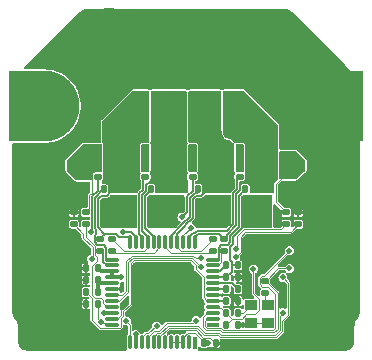
<source format=gbr>
%TF.GenerationSoftware,KiCad,Pcbnew,7.0.8-7.0.8~ubuntu22.04.1*%
%TF.CreationDate,2023-11-12T23:56:43-08:00*%
%TF.ProjectId,driver-tmc2160,64726976-6572-42d7-946d-63323136302e,rev?*%
%TF.SameCoordinates,Original*%
%TF.FileFunction,Copper,L1,Top*%
%TF.FilePolarity,Positive*%
%FSLAX46Y46*%
G04 Gerber Fmt 4.6, Leading zero omitted, Abs format (unit mm)*
G04 Created by KiCad (PCBNEW 7.0.8-7.0.8~ubuntu22.04.1) date 2023-11-12 23:56:43*
%MOMM*%
%LPD*%
G01*
G04 APERTURE LIST*
G04 Aperture macros list*
%AMRoundRect*
0 Rectangle with rounded corners*
0 $1 Rounding radius*
0 $2 $3 $4 $5 $6 $7 $8 $9 X,Y pos of 4 corners*
0 Add a 4 corners polygon primitive as box body*
4,1,4,$2,$3,$4,$5,$6,$7,$8,$9,$2,$3,0*
0 Add four circle primitives for the rounded corners*
1,1,$1+$1,$2,$3*
1,1,$1+$1,$4,$5*
1,1,$1+$1,$6,$7*
1,1,$1+$1,$8,$9*
0 Add four rect primitives between the rounded corners*
20,1,$1+$1,$2,$3,$4,$5,0*
20,1,$1+$1,$4,$5,$6,$7,0*
20,1,$1+$1,$6,$7,$8,$9,0*
20,1,$1+$1,$8,$9,$2,$3,0*%
%AMFreePoly0*
4,1,31,3.000000,0.000000,2.979715,-0.348279,2.919135,-0.691848,2.819078,-1.026060,2.680898,-1.346398,2.506463,-1.648527,2.298133,-1.928363,2.058725,-2.182121,1.791476,-2.406370,1.500000,-2.598076,1.188239,-2.754648,0.860410,-2.873969,0.520945,-2.954423,0.174434,-2.994924,-0.174434,-2.994924,-0.520945,-2.954423,-0.860410,-2.873969,-1.188239,-2.754648,-1.500000,-2.598076,-1.791476,-2.406370,
-2.058725,-2.182121,-2.298133,-1.928363,-2.506463,-1.648527,-2.680898,-1.346398,-2.819078,-1.026060,-2.919135,-0.691848,-2.979715,-0.348279,-3.000000,0.000000,-3.000000,3.000000,3.000000,3.000000,3.000000,0.000000,3.000000,0.000000,$1*%
%AMFreePoly1*
4,1,18,-0.150000,0.475000,-0.144291,0.503701,-0.128033,0.528033,-0.103701,0.544291,-0.075000,0.550000,0.075000,0.550000,0.150000,0.475000,0.150000,-0.475000,0.144291,-0.503701,0.128033,-0.528033,0.103701,-0.544291,0.075000,-0.550000,-0.075000,-0.550000,-0.103701,-0.544291,-0.128033,-0.528033,-0.144291,-0.503701,-0.150000,-0.475000,-0.150000,0.475000,-0.150000,0.475000,$1*%
%AMFreePoly2*
4,1,18,-0.550000,0.075000,-0.544291,0.103701,-0.528033,0.128033,-0.503701,0.144291,-0.475000,0.150000,0.475000,0.150000,0.503701,0.144291,0.528033,0.128033,0.544291,0.103701,0.550000,0.075000,0.550000,-0.075000,0.544291,-0.103701,0.528033,-0.128033,0.503701,-0.144291,0.475000,-0.150000,-0.475000,-0.150000,-0.550000,-0.075000,-0.550000,0.075000,-0.550000,0.075000,$1*%
G04 Aperture macros list end*
%TA.AperFunction,SMDPad,CuDef*%
%ADD10RoundRect,0.500000X0.125000X1.500000X-0.125000X1.500000X-0.125000X-1.500000X0.125000X-1.500000X0*%
%TD*%
%TA.AperFunction,SMDPad,CuDef*%
%ADD11RoundRect,0.500000X0.400000X1.500000X-0.400000X1.500000X-0.400000X-1.500000X0.400000X-1.500000X0*%
%TD*%
%TA.AperFunction,SMDPad,CuDef*%
%ADD12RoundRect,0.450000X0.450000X1.500000X-0.450000X1.500000X-0.450000X-1.500000X0.450000X-1.500000X0*%
%TD*%
%TA.AperFunction,SMDPad,CuDef*%
%ADD13RoundRect,0.100000X-0.175000X-0.200000X0.175000X-0.200000X0.175000X0.200000X-0.175000X0.200000X0*%
%TD*%
%TA.AperFunction,SMDPad,CuDef*%
%ADD14RoundRect,0.100000X-0.250000X0.150000X-0.250000X-0.150000X0.250000X-0.150000X0.250000X0.150000X0*%
%TD*%
%TA.AperFunction,SMDPad,CuDef*%
%ADD15RoundRect,0.105714X-0.819286X1.169286X-0.819286X-1.169286X0.819286X-1.169286X0.819286X1.169286X0*%
%TD*%
%TA.AperFunction,ComponentPad*%
%ADD16C,0.800000*%
%TD*%
%TA.AperFunction,ComponentPad*%
%ADD17FreePoly0,270.000000*%
%TD*%
%TA.AperFunction,SMDPad,CuDef*%
%ADD18RoundRect,0.100000X-0.400000X0.350000X-0.400000X-0.350000X0.400000X-0.350000X0.400000X0.350000X0*%
%TD*%
%TA.AperFunction,SMDPad,CuDef*%
%ADD19RoundRect,0.100000X-0.200000X0.175000X-0.200000X-0.175000X0.200000X-0.175000X0.200000X0.175000X0*%
%TD*%
%TA.AperFunction,SMDPad,CuDef*%
%ADD20RoundRect,0.100000X0.175000X0.200000X-0.175000X0.200000X-0.175000X-0.200000X0.175000X-0.200000X0*%
%TD*%
%TA.AperFunction,SMDPad,CuDef*%
%ADD21RoundRect,0.100000X0.200000X-0.175000X0.200000X0.175000X-0.200000X0.175000X-0.200000X-0.175000X0*%
%TD*%
%TA.AperFunction,SMDPad,CuDef*%
%ADD22RoundRect,0.100000X0.150000X0.250000X-0.150000X0.250000X-0.150000X-0.250000X0.150000X-0.250000X0*%
%TD*%
%TA.AperFunction,SMDPad,CuDef*%
%ADD23RoundRect,0.105714X1.169286X0.819286X-1.169286X0.819286X-1.169286X-0.819286X1.169286X-0.819286X0*%
%TD*%
%TA.AperFunction,ComponentPad*%
%ADD24FreePoly0,90.000000*%
%TD*%
%TA.AperFunction,SMDPad,CuDef*%
%ADD25RoundRect,0.075000X-0.525000X-0.075000X0.525000X-0.075000X0.525000X0.075000X-0.525000X0.075000X0*%
%TD*%
%TA.AperFunction,SMDPad,CuDef*%
%ADD26RoundRect,0.075000X-0.075000X-0.525000X0.075000X-0.525000X0.075000X0.525000X-0.075000X0.525000X0*%
%TD*%
%TA.AperFunction,SMDPad,CuDef*%
%ADD27FreePoly1,0.000000*%
%TD*%
%TA.AperFunction,SMDPad,CuDef*%
%ADD28FreePoly2,0.000000*%
%TD*%
%TA.AperFunction,ComponentPad*%
%ADD29C,0.500000*%
%TD*%
%TA.AperFunction,SMDPad,CuDef*%
%ADD30RoundRect,0.250000X-2.250000X-2.250000X2.250000X-2.250000X2.250000X2.250000X-2.250000X2.250000X0*%
%TD*%
%TA.AperFunction,SMDPad,CuDef*%
%ADD31RoundRect,0.250000X-0.625000X0.312500X-0.625000X-0.312500X0.625000X-0.312500X0.625000X0.312500X0*%
%TD*%
%TA.AperFunction,ViaPad*%
%ADD32C,0.500000*%
%TD*%
%TA.AperFunction,ViaPad*%
%ADD33C,0.600000*%
%TD*%
%TA.AperFunction,Conductor*%
%ADD34C,0.100000*%
%TD*%
%TA.AperFunction,Conductor*%
%ADD35C,0.250000*%
%TD*%
%TA.AperFunction,Conductor*%
%ADD36C,0.300000*%
%TD*%
%TA.AperFunction,Conductor*%
%ADD37C,0.150000*%
%TD*%
%TA.AperFunction,Conductor*%
%ADD38C,0.200000*%
%TD*%
G04 APERTURE END LIST*
D10*
%TO.P,M1,1*%
%TO.N,/A2*%
X138750000Y-65250000D03*
%TO.P,M1,2,-*%
%TO.N,/A1*%
X136250000Y-65250000D03*
%TO.P,M1,3*%
%TO.N,/B2*%
X133750000Y-65250000D03*
%TO.P,M1,4*%
%TO.N,/B1*%
X131250000Y-65250000D03*
D11*
%TO.P,M1,5*%
%TO.N,GND*%
X128500000Y-58250000D03*
D12*
%TO.P,M1,6*%
X141500000Y-58250000D03*
%TD*%
D13*
%TO.P,C7,1*%
%TO.N,+48V*%
X138400000Y-79000000D03*
%TO.P,C7,2*%
%TO.N,GND*%
X139400000Y-79000000D03*
%TD*%
D14*
%TO.P,Q8,1,S*%
%TO.N,Net-(Q6-S-Pad1)*%
X139550000Y-68525000D03*
%TO.P,Q8,2,S*%
X139550000Y-69175000D03*
%TO.P,Q8,3,S*%
X139550000Y-69825000D03*
%TO.P,Q8,4,G*%
%TO.N,/LA2*%
X139550000Y-70475000D03*
%TO.P,Q8,5,D*%
%TO.N,/A2*%
X142450000Y-70475000D03*
%TO.P,Q8,6,D*%
X142450000Y-69825000D03*
%TO.P,Q8,7,D*%
X142450000Y-69175000D03*
%TO.P,Q8,8,D*%
X142450000Y-68525000D03*
D15*
X141300000Y-69500000D03*
%TD*%
D14*
%TO.P,Q4,1,S*%
%TO.N,Net-(Q2-S-Pad1)*%
X131550000Y-68525000D03*
%TO.P,Q4,2,S*%
X131550000Y-69175000D03*
%TO.P,Q4,3,S*%
X131550000Y-69825000D03*
%TO.P,Q4,4,G*%
%TO.N,/LB2*%
X131550000Y-70475000D03*
%TO.P,Q4,5,D*%
%TO.N,/B2*%
X134450000Y-70475000D03*
%TO.P,Q4,6,D*%
X134450000Y-69825000D03*
%TO.P,Q4,7,D*%
X134450000Y-69175000D03*
%TO.P,Q4,8,D*%
X134450000Y-68525000D03*
D15*
X133300000Y-69500000D03*
%TD*%
D16*
%TO.P,H2,1,1*%
%TO.N,GND*%
X147000000Y-62100000D03*
X148697056Y-62802944D03*
X145302944Y-62802944D03*
X149400000Y-64500000D03*
D17*
X147000000Y-64500000D03*
D16*
X144600000Y-64500000D03*
X148697056Y-66197056D03*
X145302944Y-66197056D03*
X147000000Y-66900000D03*
%TD*%
D18*
%TO.P,D1,2,A*%
%TO.N,VCC*%
X140500000Y-82850000D03*
%TO.P,D1,1,K*%
%TO.N,Net-(D1-K)*%
X140500000Y-81350000D03*
%TD*%
D19*
%TO.P,R12,1*%
%TO.N,GND*%
X144500000Y-73500000D03*
%TO.P,R12,2*%
%TO.N,/SRAL*%
X144500000Y-74500000D03*
%TD*%
D20*
%TO.P,C5,1*%
%TO.N,GND*%
X139400000Y-81000000D03*
%TO.P,C5,2*%
%TO.N,Net-(U1-VCC)*%
X138400000Y-81000000D03*
%TD*%
D19*
%TO.P,R8,1*%
%TO.N,Net-(Q2-S-Pad1)*%
X126500000Y-73500000D03*
%TO.P,R8,2*%
%TO.N,/SRBH*%
X126500000Y-74500000D03*
%TD*%
D21*
%TO.P,C8,1*%
%TO.N,Net-(U1-CB1)*%
X127750000Y-76750000D03*
%TO.P,C8,2*%
%TO.N,/B1*%
X127750000Y-75750000D03*
%TD*%
D22*
%TO.P,Q5,1,S*%
%TO.N,/A1*%
X137975000Y-71550000D03*
%TO.P,Q5,2,S*%
X137325000Y-71550000D03*
%TO.P,Q5,3,S*%
X136675000Y-71550000D03*
%TO.P,Q5,4,G*%
%TO.N,/HA1*%
X136025000Y-71550000D03*
%TO.P,Q5,5,D*%
%TO.N,+48V*%
X136025000Y-74450000D03*
%TO.P,Q5,6,D*%
X136675000Y-74450000D03*
%TO.P,Q5,7,D*%
X137325000Y-74450000D03*
%TO.P,Q5,8,D*%
X137975000Y-74450000D03*
D23*
X137000000Y-73300000D03*
%TD*%
D22*
%TO.P,Q1,1,S*%
%TO.N,/B1*%
X129975000Y-71550000D03*
%TO.P,Q1,2,S*%
X129325000Y-71550000D03*
%TO.P,Q1,3,S*%
X128675000Y-71550000D03*
%TO.P,Q1,4,G*%
%TO.N,/HB1*%
X128025000Y-71550000D03*
%TO.P,Q1,5,D*%
%TO.N,+48V*%
X128025000Y-74450000D03*
%TO.P,Q1,6,D*%
X128675000Y-74450000D03*
%TO.P,Q1,7,D*%
X129325000Y-74450000D03*
%TO.P,Q1,8,D*%
X129975000Y-74450000D03*
D23*
X129000000Y-73300000D03*
%TD*%
D19*
%TO.P,R9,1*%
%TO.N,GND*%
X125500000Y-73500000D03*
%TO.P,R9,2*%
%TO.N,/SRBL*%
X125500000Y-74500000D03*
%TD*%
D13*
%TO.P,C2,1*%
%TO.N,Net-(U1-CPO)*%
X138400000Y-80000000D03*
%TO.P,C2,2*%
%TO.N,Net-(U1-CPI)*%
X139400000Y-80000000D03*
%TD*%
D20*
%TO.P,R4,1*%
%TO.N,Net-(U1-5VOUT)*%
X127550000Y-80250000D03*
%TO.P,R4,2*%
%TO.N,Net-(U1-VCC)*%
X126550000Y-80250000D03*
%TD*%
%TO.P,C6,1*%
%TO.N,+12V*%
X127550000Y-78250000D03*
%TO.P,C6,2*%
%TO.N,GND*%
X126550000Y-78250000D03*
%TD*%
%TO.P,R3,1*%
%TO.N,/Clk*%
X127550000Y-81250000D03*
%TO.P,R3,2*%
%TO.N,GND*%
X126550000Y-81250000D03*
%TD*%
D13*
%TO.P,C4,1*%
%TO.N,GND*%
X126550000Y-79250000D03*
%TO.P,C4,2*%
%TO.N,Net-(U1-5VOUT)*%
X127550000Y-79250000D03*
%TD*%
D16*
%TO.P,H1,1,1*%
%TO.N,+48V*%
X123000000Y-66900000D03*
X121302944Y-66197056D03*
X124697056Y-66197056D03*
X120600000Y-64500000D03*
D24*
X123000000Y-64500000D03*
D16*
X125400000Y-64500000D03*
X121302944Y-62802944D03*
X124697056Y-62802944D03*
X123000000Y-62100000D03*
%TD*%
D21*
%TO.P,C11,1*%
%TO.N,Net-(U1-CA2)*%
X138250000Y-76750000D03*
%TO.P,C11,2*%
%TO.N,/A2*%
X138250000Y-75750000D03*
%TD*%
D14*
%TO.P,Q2,1,S*%
%TO.N,Net-(Q2-S-Pad1)*%
X127550000Y-68525000D03*
%TO.P,Q2,2,S*%
X127550000Y-69175000D03*
%TO.P,Q2,3,S*%
X127550000Y-69825000D03*
%TO.P,Q2,4,G*%
%TO.N,/LB1*%
X127550000Y-70475000D03*
%TO.P,Q2,5,D*%
%TO.N,/B1*%
X130450000Y-70475000D03*
%TO.P,Q2,6,D*%
X130450000Y-69825000D03*
%TO.P,Q2,7,D*%
X130450000Y-69175000D03*
%TO.P,Q2,8,D*%
X130450000Y-68525000D03*
D15*
X129300000Y-69500000D03*
%TD*%
D18*
%TO.P,D2,1,K*%
%TO.N,Net-(D2-K)*%
X141900000Y-81350000D03*
%TO.P,D2,2,A*%
%TO.N,VCC*%
X141900000Y-82850000D03*
%TD*%
D21*
%TO.P,R16,1*%
%TO.N,Net-(D2-K)*%
X141700000Y-80300000D03*
%TO.P,R16,2*%
%TO.N,/Diag1*%
X141700000Y-79300000D03*
%TD*%
D25*
%TO.P,U1,1,HB1*%
%TO.N,/HB1*%
X128750000Y-77500000D03*
%TO.P,U1,2,CB1*%
%TO.N,Net-(U1-CB1)*%
X128750000Y-78000000D03*
%TO.P,U1,3,12VOUT*%
%TO.N,+12V*%
X128750000Y-78500000D03*
%TO.P,U1,4,VSA*%
X128750000Y-79000000D03*
%TO.P,U1,5,5VOUT*%
%TO.N,Net-(U1-5VOUT)*%
X128750000Y-79500000D03*
%TO.P,U1,6,GNDA*%
%TO.N,GND*%
X128750000Y-80000000D03*
%TO.P,U1,7,SRAL*%
%TO.N,/SRAL*%
X128750000Y-80500000D03*
%TO.P,U1,8,SRAH*%
%TO.N,/SRAH*%
X128750000Y-81000000D03*
%TO.P,U1,9,SRBH*%
%TO.N,/SRBH*%
X128750000Y-81500000D03*
%TO.P,U1,10,SRBL*%
%TO.N,/SRBL*%
X128750000Y-82000000D03*
%TO.P,U1,11,TST_MODE*%
%TO.N,GND*%
X128750000Y-82500000D03*
%TO.P,U1,12,CLK*%
%TO.N,/Clk*%
X128750000Y-83000000D03*
D26*
%TO.P,U1,13,~{CS}/CFG3*%
%TO.N,/~{CS}*%
X130250000Y-84500000D03*
%TO.P,U1,14,SCK/CFG2*%
%TO.N,/SCK*%
X130750000Y-84500000D03*
%TO.P,U1,15,SDI/CFG1*%
%TO.N,/SDI*%
X131250000Y-84500000D03*
%TO.P,U1,16,SDO/CFG0*%
%TO.N,/SDO*%
X131750000Y-84500000D03*
%TO.P,U1,17,STEP*%
%TO.N,/Step*%
X132250000Y-84500000D03*
%TO.P,U1,18,DIR*%
%TO.N,/Dir*%
X132750000Y-84500000D03*
%TO.P,U1,19,GNDD*%
%TO.N,GND*%
X133250000Y-84500000D03*
%TO.P,U1,20,VCC_IO*%
%TO.N,VCC*%
X133750000Y-84500000D03*
%TO.P,U1,21,VCC_IO*%
X134250000Y-84500000D03*
%TO.P,U1,22,SPI_MODE*%
X134750000Y-84500000D03*
%TO.P,U1,23,DCEN_CFG4*%
%TO.N,unconnected-(U1-DCEN_CFG4-Pad23)*%
X135250000Y-84500000D03*
D27*
%TO.P,U1,24,DCIN_CFG5*%
%TO.N,unconnected-(U1-DCIN_CFG5-Pad24)*%
X135750000Y-84550000D03*
D28*
%TO.P,U1,25,DCO_CFG6*%
%TO.N,unconnected-(U1-DCO_CFG6-Pad25)*%
X137300000Y-83000000D03*
D25*
%TO.P,U1,26,DIAG0*%
%TO.N,/Diag0*%
X137250000Y-82500000D03*
%TO.P,U1,27,DIAG1*%
%TO.N,/Diag1*%
X137250000Y-82000000D03*
%TO.P,U1,28,~{DRV_EN}*%
%TO.N,/~{En}*%
X137250000Y-81500000D03*
%TO.P,U1,29,VCC*%
%TO.N,Net-(U1-VCC)*%
X137250000Y-81000000D03*
%TO.P,U1,30,GNDD*%
%TO.N,GND*%
X137250000Y-80500000D03*
%TO.P,U1,31,CPO*%
%TO.N,Net-(U1-CPO)*%
X137250000Y-80000000D03*
%TO.P,U1,32,CPI*%
%TO.N,Net-(U1-CPI)*%
X137250000Y-79500000D03*
%TO.P,U1,33,VS*%
%TO.N,+48V*%
X137250000Y-79000000D03*
%TO.P,U1,34,VCP*%
%TO.N,Net-(U1-VCP)*%
X137250000Y-78500000D03*
%TO.P,U1,35,CA2*%
%TO.N,Net-(U1-CA2)*%
X137250000Y-78000000D03*
%TO.P,U1,36,HA2*%
%TO.N,/HA2*%
X137250000Y-77500000D03*
D26*
%TO.P,U1,37,BMA2*%
%TO.N,/A2*%
X135750000Y-76000000D03*
%TO.P,U1,38,LA2*%
%TO.N,/LA2*%
X135250000Y-76000000D03*
%TO.P,U1,39,LA1*%
%TO.N,/LA1*%
X134750000Y-76000000D03*
%TO.P,U1,40,BMA1*%
%TO.N,/A1*%
X134250000Y-76000000D03*
%TO.P,U1,41,HA1*%
%TO.N,/HA1*%
X133750000Y-76000000D03*
%TO.P,U1,42,CA1*%
%TO.N,Net-(U1-CA1)*%
X133250000Y-76000000D03*
%TO.P,U1,43,CB2*%
%TO.N,Net-(U1-CB2)*%
X132750000Y-76000000D03*
%TO.P,U1,44,HB2*%
%TO.N,/HB2*%
X132250000Y-76000000D03*
%TO.P,U1,45,BMB2*%
%TO.N,/B2*%
X131750000Y-76000000D03*
%TO.P,U1,46,LB2*%
%TO.N,/LB2*%
X131250000Y-76000000D03*
%TO.P,U1,47,LB1*%
%TO.N,/LB1*%
X130750000Y-76000000D03*
%TO.P,U1,48,BMB1*%
%TO.N,/B1*%
X130250000Y-76000000D03*
D29*
%TO.P,U1,49,EP*%
%TO.N,GND*%
X130750000Y-78000000D03*
X130750000Y-79125000D03*
X130750000Y-80250000D03*
X130750000Y-81375000D03*
X131875000Y-78000000D03*
X131875000Y-79125000D03*
X131875000Y-80250000D03*
X131875000Y-81375000D03*
X133000000Y-78000000D03*
X133000000Y-79125000D03*
X133000000Y-80250000D03*
D30*
X133000000Y-80250000D03*
D29*
X133000000Y-81375000D03*
X134125000Y-78000000D03*
X134125000Y-79125000D03*
X134125000Y-80250000D03*
X134125000Y-81375000D03*
X135250000Y-78000000D03*
X135250000Y-79125000D03*
X135250000Y-80250000D03*
X135250000Y-81375000D03*
%TD*%
D21*
%TO.P,C9,1*%
%TO.N,Net-(U1-CB2)*%
X128750000Y-76750000D03*
%TO.P,C9,2*%
%TO.N,/B2*%
X128750000Y-75750000D03*
%TD*%
D22*
%TO.P,Q3,1,S*%
%TO.N,/B2*%
X133975000Y-71550000D03*
%TO.P,Q3,2,S*%
X133325000Y-71550000D03*
%TO.P,Q3,3,S*%
X132675000Y-71550000D03*
%TO.P,Q3,4,G*%
%TO.N,/HB2*%
X132025000Y-71550000D03*
%TO.P,Q3,5,D*%
%TO.N,+48V*%
X132025000Y-74450000D03*
%TO.P,Q3,6,D*%
X132675000Y-74450000D03*
%TO.P,Q3,7,D*%
X133325000Y-74450000D03*
%TO.P,Q3,8,D*%
X133975000Y-74450000D03*
D23*
X133000000Y-73300000D03*
%TD*%
D19*
%TO.P,R11,1*%
%TO.N,Net-(Q6-S-Pad1)*%
X143500000Y-73500000D03*
%TO.P,R11,2*%
%TO.N,/SRAH*%
X143500000Y-74500000D03*
%TD*%
D22*
%TO.P,Q7,1,S*%
%TO.N,/A2*%
X141975000Y-71550000D03*
%TO.P,Q7,2,S*%
X141325000Y-71550000D03*
%TO.P,Q7,3,S*%
X140675000Y-71550000D03*
%TO.P,Q7,4,G*%
%TO.N,/HA2*%
X140025000Y-71550000D03*
%TO.P,Q7,5,D*%
%TO.N,+48V*%
X140025000Y-74450000D03*
%TO.P,Q7,6,D*%
X140675000Y-74450000D03*
%TO.P,Q7,7,D*%
X141325000Y-74450000D03*
%TO.P,Q7,8,D*%
X141975000Y-74450000D03*
D23*
X141000000Y-73300000D03*
%TD*%
D31*
%TO.P,R13,1*%
%TO.N,Net-(Q6-S-Pad1)*%
X144250000Y-69537500D03*
%TO.P,R13,2*%
%TO.N,GND*%
X144250000Y-72462500D03*
%TD*%
D14*
%TO.P,Q6,1,S*%
%TO.N,Net-(Q6-S-Pad1)*%
X135550000Y-68525000D03*
%TO.P,Q6,2,S*%
X135550000Y-69175000D03*
%TO.P,Q6,3,S*%
X135550000Y-69825000D03*
%TO.P,Q6,4,G*%
%TO.N,/LA1*%
X135550000Y-70475000D03*
%TO.P,Q6,5,D*%
%TO.N,/A1*%
X138450000Y-70475000D03*
%TO.P,Q6,6,D*%
X138450000Y-69825000D03*
%TO.P,Q6,7,D*%
X138450000Y-69175000D03*
%TO.P,Q6,8,D*%
X138450000Y-68525000D03*
D15*
X137300000Y-69500000D03*
%TD*%
D20*
%TO.P,C3,1*%
%TO.N,GND*%
X137500000Y-84550000D03*
%TO.P,C3,2*%
%TO.N,VCC*%
X136500000Y-84550000D03*
%TD*%
%TO.P,R1,1*%
%TO.N,Net-(D1-K)*%
X139400000Y-82000000D03*
%TO.P,R1,2*%
%TO.N,/~{En}*%
X138400000Y-82000000D03*
%TD*%
D21*
%TO.P,C10,1*%
%TO.N,Net-(U1-CA1)*%
X137250000Y-76750000D03*
%TO.P,C10,2*%
%TO.N,/A1*%
X137250000Y-75750000D03*
%TD*%
D20*
%TO.P,R2,1*%
%TO.N,VCC*%
X139400000Y-83000000D03*
%TO.P,R2,2*%
%TO.N,/~{En}*%
X138400000Y-83000000D03*
%TD*%
D31*
%TO.P,R10,1*%
%TO.N,Net-(Q2-S-Pad1)*%
X125750000Y-69537500D03*
%TO.P,R10,2*%
%TO.N,GND*%
X125750000Y-72462500D03*
%TD*%
D13*
%TO.P,C1,1*%
%TO.N,Net-(U1-VCP)*%
X138400000Y-78000000D03*
%TO.P,C1,2*%
%TO.N,+48V*%
X139400000Y-78000000D03*
%TD*%
D32*
%TO.N,GND*%
X143200000Y-80500000D03*
%TO.N,/Diag0*%
X143750000Y-76750000D03*
%TO.N,/Dir*%
X143200000Y-79000000D03*
%TO.N,/Step*%
X143200000Y-82000000D03*
%TO.N,/Diag1*%
X143750000Y-78250000D03*
%TO.N,VCC*%
X139850000Y-83000000D03*
%TO.N,/Clk*%
X127800000Y-82750000D03*
%TO.N,/SRBL*%
X127000000Y-77450000D03*
%TO.N,GND*%
X138150000Y-84550000D03*
%TO.N,/~{En}*%
X140700000Y-78300000D03*
%TO.N,/~{CS}*%
X129950000Y-82700000D03*
D33*
%TO.N,GND*%
X149300000Y-72500000D03*
D32*
X139800000Y-79000000D03*
X129500000Y-79975000D03*
D33*
X149300000Y-68300000D03*
X120700000Y-72500000D03*
X120700000Y-68300000D03*
X120700000Y-69500000D03*
X120700000Y-70700000D03*
X149300000Y-73700000D03*
X149300000Y-70700000D03*
X149300000Y-69500000D03*
X120700000Y-68900000D03*
X120700000Y-70100000D03*
X120700000Y-73700000D03*
X149300000Y-68900000D03*
D32*
X129725000Y-81250000D03*
D33*
X149300000Y-74900000D03*
D32*
X139025000Y-80650000D03*
D33*
X149300000Y-71300000D03*
X120700000Y-71300000D03*
X120700000Y-71900000D03*
X149300000Y-70100000D03*
X149300000Y-71900000D03*
X149300000Y-74300000D03*
X120700000Y-74900000D03*
X120700000Y-73100000D03*
X149300000Y-73100000D03*
X120700000Y-74300000D03*
D32*
%TO.N,+12V*%
X129500000Y-79000000D03*
D33*
%TO.N,+48V*%
X140100000Y-73300000D03*
X133900000Y-72700000D03*
X129300000Y-73900000D03*
X137900000Y-73300000D03*
X129300000Y-72700000D03*
X137900000Y-73900000D03*
X132100000Y-73900000D03*
X128700000Y-73300000D03*
X128100000Y-73300000D03*
X128700000Y-72700000D03*
X137900000Y-72700000D03*
X137300000Y-73300000D03*
X136700000Y-72700000D03*
X141300000Y-73300000D03*
X129300000Y-73300000D03*
X136100000Y-72700000D03*
X133300000Y-73300000D03*
X129900000Y-73900000D03*
X129900000Y-72700000D03*
X128700000Y-73900000D03*
X137300000Y-72700000D03*
X141300000Y-72700000D03*
X133300000Y-73900000D03*
X141900000Y-72700000D03*
X136100000Y-73300000D03*
X132700000Y-73900000D03*
X132700000Y-72700000D03*
X140700000Y-73900000D03*
X129900000Y-73300000D03*
X136100000Y-73900000D03*
X133900000Y-73900000D03*
X128100000Y-73900000D03*
X140100000Y-72700000D03*
X137300000Y-73900000D03*
X140100000Y-73900000D03*
X132700000Y-73300000D03*
X132100000Y-73300000D03*
X141900000Y-73300000D03*
X133300000Y-72700000D03*
X132100000Y-72700000D03*
X136700000Y-73900000D03*
X140700000Y-73300000D03*
X140700000Y-72700000D03*
X141900000Y-73900000D03*
X141300000Y-73900000D03*
X136700000Y-73300000D03*
X128100000Y-72700000D03*
X133900000Y-73300000D03*
D32*
%TO.N,/SCK*%
X130750000Y-83825000D03*
%TO.N,/SDI*%
X132500000Y-83125000D03*
%TO.N,/SDO*%
X135850000Y-82675000D03*
%TO.N,VCC*%
X136850000Y-84550000D03*
D33*
%TO.N,Net-(Q2-S-Pad1)*%
X127600500Y-68600000D03*
X127600000Y-69200000D03*
X131600500Y-68600000D03*
X131600000Y-69800000D03*
X127600000Y-68000000D03*
X131600000Y-68000000D03*
X131600000Y-69200000D03*
X127600000Y-69800000D03*
D32*
%TO.N,/LB1*%
X129650000Y-75150000D03*
X126950000Y-75150000D03*
D33*
%TO.N,Net-(Q6-S-Pad1)*%
X135600500Y-68600000D03*
X139600000Y-68000000D03*
X143200000Y-68600000D03*
X139600000Y-69800000D03*
X143200000Y-69800000D03*
X135600000Y-69200000D03*
X135600000Y-68000000D03*
X139600500Y-68600000D03*
X143200000Y-69200000D03*
X143200000Y-70400000D03*
X139600000Y-69200000D03*
X135600000Y-69800000D03*
D32*
%TO.N,/LA1*%
X135400000Y-74800000D03*
X134650000Y-73900000D03*
%TO.N,/SRBL*%
X128075000Y-82000000D03*
%TO.N,/SRAH*%
X136250000Y-78100000D03*
X139200000Y-76600000D03*
%TO.N,/SRAL*%
X136250000Y-77400000D03*
X139200000Y-77300000D03*
%TD*%
D34*
%TO.N,/Diag1*%
X143750000Y-78250000D02*
X142800000Y-78250000D01*
X142800000Y-78250000D02*
X141750000Y-79300000D01*
%TO.N,/Diag0*%
X136762868Y-83300000D02*
X136600000Y-83137132D01*
X142403556Y-83450000D02*
X138121444Y-83450000D01*
X142550000Y-80400000D02*
X142550000Y-83303556D01*
X137971444Y-83300000D02*
X136762868Y-83300000D01*
X136831802Y-82500000D02*
X137250000Y-82500000D01*
X141950000Y-79800000D02*
X142550000Y-80400000D01*
X138121444Y-83450000D02*
X137971444Y-83300000D01*
X136600000Y-83137132D02*
X136600000Y-82731802D01*
X141471444Y-79800000D02*
X141950000Y-79800000D01*
X141250000Y-79578556D02*
X141471444Y-79800000D01*
X142550000Y-83303556D02*
X142403556Y-83450000D01*
X143750000Y-76750000D02*
X141625000Y-78875000D01*
X141250000Y-79021444D02*
X141250000Y-79578556D01*
X141396444Y-78875000D02*
X141250000Y-79021444D01*
X141625000Y-78875000D02*
X141396444Y-78875000D01*
X136600000Y-82731802D02*
X136831802Y-82500000D01*
%TO.N,/Dir*%
X137722918Y-83900000D02*
X136514342Y-83900000D01*
X137872915Y-84050000D02*
X137722918Y-83900000D01*
X143150000Y-83552084D02*
X142652084Y-84050000D01*
X136514342Y-83900000D02*
X135914342Y-83300000D01*
X142652084Y-84050000D02*
X137872915Y-84050000D01*
X143150000Y-82701041D02*
X143150000Y-83552084D01*
X143675000Y-79475000D02*
X143675000Y-82176041D01*
X135914342Y-83300000D02*
X133531802Y-83300000D01*
X133531802Y-83300000D02*
X132750000Y-84081802D01*
X143675000Y-82176041D02*
X143150000Y-82701041D01*
X132750000Y-84081802D02*
X132750000Y-84500000D01*
X143200000Y-79000000D02*
X143675000Y-79475000D01*
%TO.N,/Step*%
X132798960Y-83750000D02*
X132581802Y-83750000D01*
X142950000Y-83469242D02*
X142569241Y-83850000D01*
X133448960Y-83100000D02*
X132798960Y-83750000D01*
X143200000Y-82000000D02*
X142950000Y-82250000D01*
X132581802Y-83750000D02*
X132250000Y-84081802D01*
X137805759Y-83700000D02*
X136597184Y-83700000D01*
X137955758Y-83850000D02*
X137805759Y-83700000D01*
X135997183Y-83100000D02*
X133448960Y-83100000D01*
X142950000Y-82250000D02*
X142950000Y-83469242D01*
X136597184Y-83700000D02*
X135997183Y-83100000D01*
X142569241Y-83850000D02*
X137955758Y-83850000D01*
X132250000Y-84081802D02*
X132250000Y-84500000D01*
%TO.N,/~{En}*%
X140700000Y-78300000D02*
X140700000Y-80350000D01*
X140100000Y-82100000D02*
X139700000Y-82500000D01*
X140700000Y-80350000D02*
X141200000Y-80850000D01*
X141200000Y-80850000D02*
X141200000Y-81753556D01*
X141200000Y-81753556D02*
X140853556Y-82100000D01*
X140853556Y-82100000D02*
X140100000Y-82100000D01*
X139700000Y-82500000D02*
X138900000Y-82500000D01*
%TO.N,/Diag1*%
X137250000Y-82000000D02*
X136800000Y-82000000D01*
X136800000Y-82000000D02*
X136400000Y-82400000D01*
X136400000Y-82400000D02*
X136400000Y-83219974D01*
X141750000Y-79300000D02*
X141700000Y-79300000D01*
X136400000Y-83219974D02*
X136680026Y-83500000D01*
X136680026Y-83500000D02*
X137888602Y-83500000D01*
X137888602Y-83500000D02*
X138038601Y-83650000D01*
X142486398Y-83650000D02*
X142750000Y-83386399D01*
X138038601Y-83650000D02*
X142486398Y-83650000D01*
X142750000Y-83386399D02*
X142750000Y-80300000D01*
X142750000Y-80300000D02*
X141750000Y-79300000D01*
%TO.N,Net-(D2-K)*%
X141700000Y-80300000D02*
X141700000Y-81150000D01*
X141700000Y-81150000D02*
X141900000Y-81350000D01*
%TO.N,VCC*%
X141900000Y-82850000D02*
X140500000Y-82850000D01*
X139400000Y-83000000D02*
X139850000Y-83000000D01*
%TO.N,Net-(U1-VCC)*%
X130573960Y-77575000D02*
X135426041Y-77575000D01*
X129500000Y-83168198D02*
X129500000Y-82451040D01*
X130325000Y-77823959D02*
X130573960Y-77575000D01*
X130325000Y-81251041D02*
X130325000Y-77823959D01*
X127050000Y-82601041D02*
X127748959Y-83300000D01*
X129700000Y-81876041D02*
X130325000Y-81251041D01*
X129700000Y-82251040D02*
X129700000Y-81876041D01*
X129500000Y-82451040D02*
X129700000Y-82251040D01*
X127050000Y-80761398D02*
X127050000Y-82601041D01*
X126550000Y-80261398D02*
X127050000Y-80761398D01*
X129368198Y-83300000D02*
X129500000Y-83168198D01*
X127748959Y-83300000D02*
X129368198Y-83300000D01*
X126550000Y-80250000D02*
X126550000Y-80261398D01*
X135426041Y-77575000D02*
X135825000Y-77973959D01*
X135825000Y-77973959D02*
X135825000Y-78276041D01*
X135825000Y-78276041D02*
X136500000Y-78951041D01*
X136500000Y-78951041D02*
X136500000Y-80700000D01*
X136500000Y-80700000D02*
X136700000Y-80900000D01*
%TO.N,/Clk*%
X127800000Y-82750000D02*
X127950000Y-82900000D01*
X127950000Y-82900000D02*
X128650000Y-82900000D01*
X128650000Y-82900000D02*
X128750000Y-83000000D01*
X127550000Y-82500000D02*
X127550000Y-81250000D01*
X127800000Y-82750000D02*
X127550000Y-82500000D01*
%TO.N,/SRBH*%
X128750000Y-81500000D02*
X128331802Y-81500000D01*
X128331802Y-81500000D02*
X127975000Y-81143198D01*
X127975000Y-81143198D02*
X127975000Y-80946444D01*
X127300000Y-77148959D02*
X127300000Y-76382108D01*
X127975000Y-80946444D02*
X127778556Y-80750000D01*
X127778556Y-80750000D02*
X127321444Y-80750000D01*
X127050000Y-78021444D02*
X127425000Y-77646444D01*
X127321444Y-80750000D02*
X127050000Y-80478556D01*
X127050000Y-80478556D02*
X127050000Y-78021444D01*
X127425000Y-77646444D02*
X127425000Y-77273959D01*
X127425000Y-77273959D02*
X127300000Y-77148959D01*
X127300000Y-76382108D02*
X126500000Y-75582108D01*
X126500000Y-75582108D02*
X126500000Y-74500000D01*
%TO.N,/SRBL*%
X127000000Y-77450000D02*
X127100000Y-77350000D01*
X127100000Y-77350000D02*
X127100000Y-76464950D01*
X127100000Y-76464950D02*
X126300000Y-75664950D01*
X126300000Y-75664950D02*
X126300000Y-75300000D01*
X126300000Y-75300000D02*
X125500000Y-74500000D01*
%TO.N,VCC*%
X136500000Y-84550000D02*
X136300000Y-84350000D01*
X134750000Y-84081802D02*
X134750000Y-84500000D01*
X136300000Y-84350000D02*
X136300000Y-84251343D01*
X135131802Y-83700000D02*
X134750000Y-84081802D01*
X136300000Y-84251343D02*
X135748658Y-83700000D01*
X135748658Y-83700000D02*
X135131802Y-83700000D01*
X136850000Y-84550000D02*
X136500000Y-84550000D01*
D35*
%TO.N,GND*%
X138150000Y-84550000D02*
X137500000Y-84550000D01*
D34*
X133250000Y-84500000D02*
X133250000Y-84050000D01*
X133250000Y-84050000D02*
X133800000Y-83500000D01*
X133800000Y-83500000D02*
X135831500Y-83500000D01*
X136431500Y-84100000D02*
X137050000Y-84100000D01*
X137050000Y-84100000D02*
X137500000Y-84550000D01*
X135831500Y-83500000D02*
X136431500Y-84100000D01*
%TO.N,VCC*%
X139400000Y-83000000D02*
X140350000Y-83000000D01*
X140350000Y-83000000D02*
X140500000Y-82850000D01*
%TO.N,/~{En}*%
X138400000Y-83000000D02*
X138900000Y-82500000D01*
X138400000Y-82000000D02*
X138900000Y-82500000D01*
%TO.N,/~{CS}*%
X130250000Y-84500000D02*
X130250000Y-83000000D01*
X130250000Y-83000000D02*
X129950000Y-82700000D01*
%TO.N,/SDO*%
X135850000Y-82675000D02*
X135625000Y-82900000D01*
X132716117Y-83550000D02*
X132281802Y-83550000D01*
X135625000Y-82900000D02*
X133366117Y-82900000D01*
X133366117Y-82900000D02*
X132716117Y-83550000D01*
X131750000Y-84081802D02*
X131750000Y-84500000D01*
X132281802Y-83550000D02*
X131750000Y-84081802D01*
%TO.N,GND*%
X129500000Y-81793199D02*
X129500000Y-82168198D01*
X129725000Y-81250000D02*
X129725000Y-81568199D01*
X129725000Y-81568199D02*
X129500000Y-81793199D01*
X129500000Y-82168198D02*
X129168198Y-82500000D01*
X129168198Y-82500000D02*
X128750000Y-82500000D01*
D36*
%TO.N,+12V*%
X128750000Y-78500000D02*
X128750000Y-79000000D01*
X129500000Y-79000000D02*
X128750000Y-79000000D01*
D34*
%TO.N,/SRAH*%
X136250000Y-78100000D02*
X135525000Y-77375000D01*
X135525000Y-77375000D02*
X130491116Y-77375000D01*
X130491116Y-77375000D02*
X130125000Y-77741116D01*
X130125000Y-77741116D02*
X130125000Y-80233883D01*
X130125000Y-80233883D02*
X129358883Y-81000000D01*
X129358883Y-81000000D02*
X128750000Y-81000000D01*
%TO.N,/SRAL*%
X136250000Y-77400000D02*
X135832842Y-77400000D01*
X135832842Y-77400000D02*
X135607843Y-77175000D01*
X135607843Y-77175000D02*
X130408273Y-77175000D01*
X130408273Y-77175000D02*
X129925000Y-77658273D01*
X129925000Y-77658273D02*
X129925000Y-80151041D01*
X129925000Y-80151041D02*
X129576041Y-80500000D01*
X129576041Y-80500000D02*
X128750000Y-80500000D01*
D37*
%TO.N,Net-(U1-VCP)*%
X137250000Y-78500000D02*
X137900000Y-78500000D01*
X137900000Y-78500000D02*
X138400000Y-78000000D01*
%TO.N,Net-(U1-CPO)*%
X137250000Y-80000000D02*
X138400000Y-80000000D01*
%TO.N,Net-(U1-CPI)*%
X137250000Y-79500000D02*
X138900000Y-79500000D01*
X138900000Y-79500000D02*
X139400000Y-80000000D01*
D34*
%TO.N,GND*%
X126125000Y-79675000D02*
X126550000Y-79250000D01*
X139400000Y-79000000D02*
X139800000Y-79000000D01*
X129475000Y-80000000D02*
X129500000Y-79975000D01*
X126550000Y-81250000D02*
X126125000Y-80825000D01*
X126125000Y-80825000D02*
X126125000Y-79675000D01*
X128750000Y-80000000D02*
X129475000Y-80000000D01*
D36*
%TO.N,Net-(U1-5VOUT)*%
X127550000Y-80250000D02*
X127550000Y-79250000D01*
X128750000Y-79500000D02*
X127550000Y-79500000D01*
%TO.N,+12V*%
X128750000Y-78500000D02*
X127800000Y-78500000D01*
X127800000Y-78500000D02*
X127550000Y-78250000D01*
D34*
%TO.N,/~{En}*%
X137250000Y-81500000D02*
X137350000Y-81600000D01*
X138000000Y-81600000D02*
X138400000Y-82000000D01*
X137350000Y-81600000D02*
X138000000Y-81600000D01*
D37*
%TO.N,+48V*%
X138850000Y-78000000D02*
X138850000Y-78550000D01*
X139400000Y-78000000D02*
X138850000Y-78000000D01*
X137250000Y-79000000D02*
X138400000Y-79000000D01*
X138975000Y-75595404D02*
X138975000Y-76142464D01*
X138725000Y-77561090D02*
X138850000Y-77686090D01*
X140025000Y-74450000D02*
X140025000Y-74545404D01*
X138975000Y-76142464D02*
X138725000Y-76392464D01*
X138850000Y-77686090D02*
X138850000Y-78000000D01*
X138725000Y-76392464D02*
X138725000Y-77561090D01*
X140025000Y-74545404D02*
X138975000Y-75595404D01*
X138850000Y-78550000D02*
X138400000Y-79000000D01*
%TO.N,Net-(U1-CB1)*%
X127975000Y-77678554D02*
X127975000Y-76975000D01*
X127975000Y-76975000D02*
X127750000Y-76750000D01*
X128296446Y-78000000D02*
X127975000Y-77678554D01*
D34*
%TO.N,Net-(U1-CB2)*%
X132750000Y-76450000D02*
X132250000Y-76950000D01*
X132750000Y-76000000D02*
X132750000Y-76450000D01*
X128950000Y-76950000D02*
X128750000Y-76750000D01*
X132250000Y-76950000D02*
X128950000Y-76950000D01*
D36*
%TO.N,/SCK*%
X130750000Y-84500000D02*
X130750000Y-83825000D01*
D34*
%TO.N,/SDI*%
X131581802Y-83750000D02*
X131250000Y-84081802D01*
X132423960Y-83125000D02*
X131798960Y-83750000D01*
X132500000Y-83125000D02*
X132423960Y-83125000D01*
X131250000Y-84081802D02*
X131250000Y-84500000D01*
X131798960Y-83750000D02*
X131581802Y-83750000D01*
%TO.N,VCC*%
X134750000Y-84500000D02*
X134250000Y-84500000D01*
X134250000Y-84500000D02*
X133750000Y-84500000D01*
%TO.N,Net-(D2-K)*%
X141850000Y-81450000D02*
X141900000Y-81450000D01*
D38*
%TO.N,VCC*%
X134750000Y-84500000D02*
X134750000Y-84011090D01*
D34*
%TO.N,Net-(U1-CA1)*%
X133750000Y-76950000D02*
X137050000Y-76950000D01*
X137050000Y-76950000D02*
X137250000Y-76750000D01*
X133250000Y-76450000D02*
X133750000Y-76950000D01*
X133250000Y-76000000D02*
X133250000Y-76450000D01*
%TO.N,Net-(D1-K)*%
X139400000Y-82000000D02*
X139850000Y-82000000D01*
X139850000Y-82000000D02*
X140500000Y-81350000D01*
%TO.N,Net-(U1-CA2)*%
X138000000Y-77700000D02*
X138000000Y-76800000D01*
X137700000Y-78000000D02*
X138000000Y-77700000D01*
X137250000Y-78000000D02*
X137700000Y-78000000D01*
D37*
%TO.N,/B1*%
X128086090Y-75300000D02*
X128200000Y-75300000D01*
X129063910Y-75300000D02*
X129363910Y-75600000D01*
X128200000Y-75300000D02*
X129063910Y-75300000D01*
X128675000Y-71550000D02*
X128675000Y-71688910D01*
X127750000Y-75700000D02*
X128150000Y-75300000D01*
X127550000Y-74763910D02*
X128086090Y-75300000D01*
X127550000Y-72364438D02*
X127550000Y-74763910D01*
X127839438Y-72075000D02*
X127550000Y-72364438D01*
X128675000Y-71688910D02*
X128288910Y-72075000D01*
X128150000Y-75300000D02*
X128200000Y-75300000D01*
X128288910Y-72075000D02*
X127839438Y-72075000D01*
X129363910Y-75600000D02*
X130250000Y-75600000D01*
X127750000Y-75750000D02*
X127750000Y-75700000D01*
%TO.N,/B2*%
X131428554Y-75225000D02*
X131750000Y-75546446D01*
X131761090Y-71025000D02*
X131600000Y-71186090D01*
X131600000Y-71696446D02*
X131300000Y-71996446D01*
X132250000Y-71025000D02*
X131761090Y-71025000D01*
X131300000Y-75100000D02*
X131425000Y-75225000D01*
D34*
X131750000Y-76450000D02*
X131450000Y-76750000D01*
X131450000Y-76750000D02*
X129750000Y-76750000D01*
D37*
X131300000Y-71996446D02*
X131300000Y-75100000D01*
D34*
X129750000Y-76750000D02*
X128750000Y-75750000D01*
D37*
X131425000Y-75225000D02*
X131428554Y-75225000D01*
D34*
X131750000Y-76000000D02*
X131750000Y-76450000D01*
D37*
X131750000Y-75546446D02*
X131750000Y-76000000D01*
X131600000Y-71186090D02*
X131600000Y-71696446D01*
D34*
%TO.N,/A1*%
X134250000Y-76450000D02*
X134550000Y-76750000D01*
X134550000Y-76750000D02*
X136250000Y-76750000D01*
D37*
X135550000Y-72364438D02*
X135550000Y-74013604D01*
X136288910Y-72075000D02*
X135839438Y-72075000D01*
X136675000Y-71550000D02*
X136675000Y-71688910D01*
D34*
X136250000Y-76750000D02*
X137250000Y-75750000D01*
D37*
X136675000Y-71688910D02*
X136288910Y-72075000D01*
X134950000Y-74613603D02*
X134950000Y-74617464D01*
X135839438Y-72075000D02*
X135550000Y-72364438D01*
D34*
X134250000Y-76000000D02*
X134250000Y-76450000D01*
D37*
X135550000Y-74013604D02*
X134950000Y-74613603D01*
X134250000Y-75317464D02*
X134250000Y-76000000D01*
X134950000Y-74617464D02*
X134250000Y-75317464D01*
%TO.N,/A2*%
X136028554Y-75300000D02*
X137800000Y-75300000D01*
X139250000Y-71971446D02*
X139600000Y-71621446D01*
X139600000Y-71621446D02*
X139600000Y-70900000D01*
X135750000Y-75578554D02*
X136028554Y-75300000D01*
X139250000Y-74613296D02*
X139250000Y-71971446D01*
X137800000Y-75300000D02*
X138250000Y-75750000D01*
X135750000Y-76000000D02*
X135750000Y-75578554D01*
X138475000Y-75525000D02*
X138475000Y-75388298D01*
X138250000Y-75750000D02*
X138475000Y-75525000D01*
X138475000Y-75388298D02*
X139250000Y-74613296D01*
%TO.N,/HB1*%
X127275000Y-76038910D02*
X127275000Y-75461397D01*
X128013910Y-76250000D02*
X127486090Y-76250000D01*
X127400000Y-74967464D02*
X127300000Y-74867463D01*
X127486090Y-76250000D02*
X127275000Y-76038910D01*
X127300000Y-74867463D02*
X127300000Y-72260885D01*
X127400000Y-75336397D02*
X127400000Y-74967464D01*
X128250000Y-77500000D02*
X128250000Y-76486090D01*
X128250000Y-76486090D02*
X128013910Y-76250000D01*
X127300000Y-72260885D02*
X128010884Y-71550000D01*
X128010884Y-71550000D02*
X128025000Y-71550000D01*
X127275000Y-75461397D02*
X127400000Y-75336397D01*
D34*
%TO.N,Net-(Q2-S-Pad1)*%
X127050000Y-71839132D02*
X127050000Y-69950000D01*
X126500000Y-73500000D02*
X126825000Y-73175000D01*
X126825000Y-73175000D02*
X126825000Y-72064132D01*
X126825000Y-72064132D02*
X127050000Y-71839132D01*
X127050000Y-69950000D02*
X127100000Y-69900000D01*
D37*
%TO.N,/LB1*%
X127050000Y-75050000D02*
X127050000Y-72157330D01*
X126950000Y-75150000D02*
X127050000Y-75050000D01*
X129650000Y-75150000D02*
X130353554Y-75150000D01*
X127550000Y-71657330D02*
X127550000Y-70475000D01*
X127050000Y-72157330D02*
X127550000Y-71657330D01*
X130353554Y-75150000D02*
X130750000Y-75546446D01*
X130750000Y-75546446D02*
X130750000Y-76000000D01*
%TO.N,/HB2*%
X132250000Y-75546446D02*
X131550000Y-74846446D01*
X132250000Y-76000000D02*
X132250000Y-75546446D01*
X131550000Y-74846446D02*
X131550000Y-72100000D01*
X131550000Y-72100000D02*
X132000000Y-71650000D01*
%TO.N,/LB2*%
X131250000Y-75550000D02*
X131050000Y-75350000D01*
X131350000Y-71592892D02*
X131350000Y-70675000D01*
X131350000Y-70675000D02*
X131550000Y-70475000D01*
X131050000Y-75350000D02*
X131050000Y-71892892D01*
X131050000Y-71892892D02*
X131350000Y-71592892D01*
X131250000Y-76000000D02*
X131250000Y-75550000D01*
%TO.N,/HA1*%
X135300000Y-72260884D02*
X135735885Y-71825000D01*
X133750000Y-75463910D02*
X134700000Y-74513910D01*
X135735885Y-71825000D02*
X135942992Y-71825000D01*
X133750000Y-76000000D02*
X133750000Y-75463910D01*
X135300000Y-73910050D02*
X135300000Y-72260884D01*
X134700000Y-74513910D02*
X134700000Y-74510049D01*
X134700000Y-74510049D02*
X135300000Y-73910050D01*
D34*
%TO.N,Net-(Q6-S-Pad1)*%
X142600000Y-72600000D02*
X142600000Y-71078556D01*
X143500000Y-73500000D02*
X142600000Y-72600000D01*
X143200000Y-70478556D02*
X143200000Y-70400000D01*
X142600000Y-71078556D02*
X143200000Y-70478556D01*
D37*
%TO.N,/LA1*%
X135050000Y-73500000D02*
X135050001Y-72157330D01*
D34*
X135400000Y-74800000D02*
X134750000Y-75450000D01*
X134750000Y-75450000D02*
X134750000Y-76000000D01*
D37*
X134650000Y-73900000D02*
X135050000Y-73500000D01*
X135050001Y-72157330D02*
X135550000Y-71657332D01*
X135550000Y-71657332D02*
X135550000Y-70475000D01*
%TO.N,/HA2*%
X139500000Y-72075000D02*
X139500000Y-74716850D01*
X140025000Y-71550000D02*
X139500000Y-72075000D01*
X138513910Y-76250000D02*
X137986090Y-76250000D01*
X137986090Y-76250000D02*
X137750000Y-76486090D01*
X137750000Y-76486090D02*
X137750000Y-77500000D01*
X138725000Y-75491851D02*
X138725000Y-76038910D01*
X139500000Y-74716850D02*
X138725000Y-75491851D01*
D34*
X137250000Y-77500000D02*
X137750000Y-77500000D01*
D37*
X138725000Y-76038910D02*
X138513910Y-76250000D01*
%TO.N,/LA2*%
X139000000Y-71867892D02*
X139350000Y-71517892D01*
X139350000Y-71517892D02*
X139350000Y-70675000D01*
X135250000Y-75546446D02*
X135571446Y-75225000D01*
X135250000Y-76000000D02*
X135250000Y-75546446D01*
X139000000Y-74509743D02*
X139000000Y-71867892D01*
X138459743Y-75050000D02*
X139000000Y-74509743D01*
X139350000Y-70675000D02*
X139550000Y-70475000D01*
X135571446Y-75225000D02*
X135750000Y-75225000D01*
X135750000Y-75225000D02*
X135925000Y-75050000D01*
X135925000Y-75050000D02*
X138459743Y-75050000D01*
D36*
%TO.N,/SRBL*%
X128075000Y-82000000D02*
X128750000Y-82000000D01*
D34*
%TO.N,/SRAH*%
X139350000Y-76450000D02*
X139350000Y-75538602D01*
X139938602Y-74950000D02*
X143050000Y-74950000D01*
X139350000Y-75538602D02*
X139938602Y-74950000D01*
X143050000Y-74950000D02*
X143500000Y-74500000D01*
X139200000Y-76600000D02*
X139350000Y-76450000D01*
%TO.N,/SRAL*%
X139625000Y-75546443D02*
X140021444Y-75149999D01*
X139200000Y-77300000D02*
X139625000Y-76875000D01*
X140021444Y-75149999D02*
X143850000Y-75150000D01*
X139625000Y-76875000D02*
X139625000Y-75546443D01*
X143850000Y-75150000D02*
X144500000Y-74500000D01*
D37*
%TO.N,Net-(U1-VCC)*%
X137250000Y-81000000D02*
X138400000Y-81000000D01*
%TD*%
%TA.AperFunction,Conductor*%
%TO.N,GND*%
G36*
X145350000Y-73300000D02*
G01*
X143899455Y-73300000D01*
X143888867Y-73246769D01*
X143844552Y-73180448D01*
X143844548Y-73180445D01*
X143778233Y-73136134D01*
X143778231Y-73136133D01*
X143778228Y-73136132D01*
X143778227Y-73136132D01*
X143719758Y-73124501D01*
X143719748Y-73124500D01*
X143719747Y-73124500D01*
X143378347Y-73124500D01*
X143320156Y-73105593D01*
X143308343Y-73095504D01*
X143100000Y-72887161D01*
X143100000Y-71700000D01*
X145350000Y-71700000D01*
X145350000Y-73300000D01*
G37*
%TD.AperFunction*%
%TD*%
%TA.AperFunction,Conductor*%
%TO.N,/B2*%
G36*
X135037539Y-63219685D02*
G01*
X135083294Y-63272489D01*
X135094500Y-63324000D01*
X135094500Y-67470502D01*
X135096910Y-67492926D01*
X135108117Y-67544438D01*
X135132476Y-67593101D01*
X135144882Y-67661861D01*
X135125910Y-67715642D01*
X135118461Y-67727233D01*
X135118459Y-67727236D01*
X135098775Y-67794270D01*
X135098774Y-67794275D01*
X135098774Y-67794276D01*
X135094501Y-67823997D01*
X135094500Y-67824003D01*
X135094500Y-69976002D01*
X135096910Y-69998426D01*
X135100421Y-70014562D01*
X135108117Y-70049938D01*
X135127860Y-70089380D01*
X135133471Y-70100588D01*
X135145877Y-70169347D01*
X135125689Y-70224984D01*
X135111132Y-70246769D01*
X135111131Y-70246770D01*
X135099500Y-70305247D01*
X135099500Y-70644752D01*
X135111131Y-70703229D01*
X135111132Y-70703230D01*
X135155448Y-70769553D01*
X135163681Y-70777786D01*
X135197166Y-70839109D01*
X135200000Y-70865467D01*
X135200000Y-71707774D01*
X135180315Y-71774813D01*
X135163681Y-71795455D01*
X135095455Y-71863681D01*
X135034132Y-71897166D01*
X135007774Y-71900000D01*
X132499500Y-71900000D01*
X132432461Y-71880315D01*
X132386706Y-71827511D01*
X132375500Y-71776000D01*
X132375500Y-71280249D01*
X132375499Y-71280247D01*
X132363868Y-71221770D01*
X132363867Y-71221769D01*
X132319552Y-71155447D01*
X132253230Y-71111132D01*
X132253229Y-71111131D01*
X132194752Y-71099500D01*
X132194748Y-71099500D01*
X132024000Y-71099500D01*
X131956961Y-71079815D01*
X131911206Y-71027011D01*
X131900000Y-70975500D01*
X131900000Y-70865467D01*
X131919685Y-70798428D01*
X131936319Y-70777786D01*
X131944551Y-70769553D01*
X131944552Y-70769552D01*
X131988867Y-70703231D01*
X131988867Y-70703229D01*
X131988868Y-70703229D01*
X132000499Y-70644752D01*
X132000500Y-70644750D01*
X132000500Y-70305249D01*
X132000499Y-70305247D01*
X131988868Y-70246770D01*
X131988867Y-70246769D01*
X131973278Y-70223438D01*
X131952400Y-70156760D01*
X131970885Y-70089380D01*
X131972037Y-70087550D01*
X131981541Y-70072763D01*
X131982469Y-70069600D01*
X131984676Y-70063346D01*
X131988866Y-70053232D01*
X131988865Y-70053232D01*
X131988867Y-70053231D01*
X131991671Y-70039129D01*
X131992984Y-70033789D01*
X132001226Y-70005724D01*
X132005500Y-69976000D01*
X132005500Y-68612867D01*
X132005992Y-68606618D01*
X132005992Y-68593391D01*
X132005500Y-68587136D01*
X132005500Y-67824000D01*
X132003089Y-67801573D01*
X131991883Y-67750062D01*
X131991882Y-67750060D01*
X131991882Y-67750059D01*
X131967524Y-67701399D01*
X131955117Y-67632639D01*
X131974091Y-67578854D01*
X131981541Y-67567263D01*
X132001226Y-67500224D01*
X132005500Y-67470500D01*
X132005500Y-63324000D01*
X132025185Y-63256961D01*
X132077989Y-63211206D01*
X132129500Y-63200000D01*
X134970500Y-63200000D01*
X135037539Y-63219685D01*
G37*
%TD.AperFunction*%
%TD*%
%TA.AperFunction,Conductor*%
%TO.N,/B1*%
G36*
X131843039Y-63219685D02*
G01*
X131888794Y-63272489D01*
X131900000Y-63324000D01*
X131900000Y-67470500D01*
X131880315Y-67537539D01*
X131827511Y-67583294D01*
X131776000Y-67594500D01*
X131323997Y-67594500D01*
X131301573Y-67596910D01*
X131250061Y-67608117D01*
X131203399Y-67631474D01*
X131150596Y-67677229D01*
X131118460Y-67727235D01*
X131118459Y-67727236D01*
X131098775Y-67794270D01*
X131098774Y-67794275D01*
X131098774Y-67794276D01*
X131094501Y-67823997D01*
X131094500Y-67824003D01*
X131094500Y-69976002D01*
X131096910Y-69998426D01*
X131098498Y-70005724D01*
X131108117Y-70049938D01*
X131119542Y-70072763D01*
X131133471Y-70100588D01*
X131145877Y-70169347D01*
X131125689Y-70224984D01*
X131111132Y-70246769D01*
X131111131Y-70246770D01*
X131099500Y-70305247D01*
X131099500Y-70644752D01*
X131111131Y-70703229D01*
X131111132Y-70703231D01*
X131153601Y-70766788D01*
X131174480Y-70833465D01*
X131174500Y-70835680D01*
X131174500Y-71468835D01*
X131154815Y-71535874D01*
X131138181Y-71556516D01*
X130945148Y-71749548D01*
X130927914Y-71763912D01*
X130914705Y-71773030D01*
X130914702Y-71773033D01*
X130897935Y-71804979D01*
X130896099Y-71808235D01*
X130885280Y-71826134D01*
X130877432Y-71839118D01*
X130877431Y-71839119D01*
X130876814Y-71840142D01*
X130825290Y-71887333D01*
X130770692Y-71900000D01*
X128499500Y-71900000D01*
X128432461Y-71880315D01*
X128386706Y-71827511D01*
X128375500Y-71776000D01*
X128375500Y-71280249D01*
X128375499Y-71280247D01*
X128363868Y-71221770D01*
X128363867Y-71221769D01*
X128319552Y-71155447D01*
X128253230Y-71111132D01*
X128253229Y-71111131D01*
X128194752Y-71099500D01*
X128194748Y-71099500D01*
X128024000Y-71099500D01*
X127956961Y-71079815D01*
X127911206Y-71027011D01*
X127900000Y-70975500D01*
X127900000Y-70865467D01*
X127919685Y-70798428D01*
X127936319Y-70777786D01*
X127944551Y-70769553D01*
X127946399Y-70766788D01*
X127988867Y-70703231D01*
X127988867Y-70703229D01*
X127988868Y-70703229D01*
X128000499Y-70644752D01*
X128000500Y-70644750D01*
X128000500Y-70305249D01*
X128000499Y-70305247D01*
X127988868Y-70246770D01*
X127988867Y-70246769D01*
X127981304Y-70235450D01*
X127960426Y-70168773D01*
X127978910Y-70101393D01*
X127980092Y-70099518D01*
X127981538Y-70097267D01*
X127981541Y-70097263D01*
X128001226Y-70030224D01*
X128005500Y-70000500D01*
X128005500Y-68612867D01*
X128005992Y-68606618D01*
X128005992Y-68593391D01*
X128005500Y-68587136D01*
X128005500Y-67824000D01*
X128003089Y-67801573D01*
X127991883Y-67750062D01*
X127968526Y-67703401D01*
X127968524Y-67703397D01*
X127968523Y-67703396D01*
X127930288Y-67659271D01*
X127901262Y-67595716D01*
X127900000Y-67578068D01*
X127900000Y-65851362D01*
X127919685Y-65784323D01*
X127936319Y-65763681D01*
X130463681Y-63236319D01*
X130525004Y-63202834D01*
X130551362Y-63200000D01*
X131776000Y-63200000D01*
X131843039Y-63219685D01*
G37*
%TD.AperFunction*%
%TD*%
%TA.AperFunction,Conductor*%
%TO.N,Net-(Q6-S-Pad1)*%
G36*
X144315677Y-68319685D02*
G01*
X144336319Y-68336319D01*
X145063681Y-69063681D01*
X145097166Y-69125004D01*
X145100000Y-69151362D01*
X145100000Y-69848638D01*
X145080315Y-69915677D01*
X145063681Y-69936319D01*
X144336319Y-70663681D01*
X144274996Y-70697166D01*
X144248638Y-70700000D01*
X143024500Y-70700000D01*
X142957461Y-70680315D01*
X142911706Y-70627511D01*
X142900500Y-70576000D01*
X142900500Y-70305249D01*
X142900299Y-70303208D01*
X142900000Y-70297128D01*
X142900000Y-70002869D01*
X142900299Y-69996786D01*
X142900500Y-69994747D01*
X142900500Y-69655249D01*
X142900299Y-69653208D01*
X142900000Y-69647128D01*
X142900000Y-69352869D01*
X142900299Y-69346786D01*
X142900500Y-69344747D01*
X142900500Y-69005249D01*
X142900299Y-69003208D01*
X142900000Y-68997128D01*
X142900000Y-68702869D01*
X142900299Y-68696786D01*
X142900500Y-68694747D01*
X142900500Y-68424000D01*
X142920185Y-68356961D01*
X142972989Y-68311206D01*
X143024500Y-68300000D01*
X144248638Y-68300000D01*
X144315677Y-68319685D01*
G37*
%TD.AperFunction*%
%TD*%
%TA.AperFunction,Conductor*%
%TO.N,GND*%
G36*
X135380885Y-77744407D02*
G01*
X135392698Y-77754496D01*
X135645504Y-78007302D01*
X135673281Y-78061819D01*
X135674500Y-78077306D01*
X135674500Y-78316370D01*
X135678237Y-78322841D01*
X135688129Y-78346721D01*
X135690064Y-78353944D01*
X135690064Y-78353945D01*
X135761006Y-78424888D01*
X135761020Y-78424900D01*
X135800000Y-78463880D01*
X135800000Y-82302738D01*
X135732518Y-82313426D01*
X135732511Y-82313428D01*
X135626537Y-82367425D01*
X135542425Y-82451537D01*
X135488428Y-82557511D01*
X135488426Y-82557518D01*
X135471246Y-82665987D01*
X135443468Y-82720504D01*
X135388952Y-82748281D01*
X135373465Y-82749500D01*
X133325790Y-82749500D01*
X133319310Y-82753241D01*
X133295441Y-82763128D01*
X133288214Y-82765064D01*
X133288211Y-82765066D01*
X133231182Y-82822095D01*
X133231178Y-82822097D01*
X133020094Y-83033181D01*
X132965578Y-83060958D01*
X132905146Y-83051387D01*
X132861881Y-83008122D01*
X132861574Y-83007520D01*
X132861574Y-83007518D01*
X132807573Y-82901535D01*
X132723465Y-82817427D01*
X132723462Y-82817425D01*
X132617488Y-82763428D01*
X132617483Y-82763426D01*
X132617482Y-82763426D01*
X132500000Y-82744819D01*
X132382518Y-82763426D01*
X132382511Y-82763428D01*
X132276537Y-82817425D01*
X132192425Y-82901537D01*
X132138428Y-83007511D01*
X132138426Y-83007518D01*
X132123778Y-83100000D01*
X130400500Y-83100000D01*
X130400500Y-82959675D01*
X130400500Y-82959673D01*
X130396762Y-82953199D01*
X130386869Y-82929314D01*
X130384935Y-82922097D01*
X130384935Y-82922096D01*
X130342966Y-82880126D01*
X130315191Y-82825613D01*
X130315191Y-82794644D01*
X130330181Y-82700000D01*
X130311574Y-82582518D01*
X130311571Y-82582513D01*
X130311571Y-82582511D01*
X130257574Y-82476537D01*
X130257573Y-82476535D01*
X130200000Y-82418962D01*
X130200000Y-81588880D01*
X130445430Y-81343451D01*
X130452681Y-81336198D01*
X130459935Y-81328945D01*
X130461869Y-81321724D01*
X130471761Y-81297841D01*
X130475500Y-81291368D01*
X130475500Y-81210715D01*
X130475500Y-77927305D01*
X130494407Y-77869114D01*
X130504497Y-77857301D01*
X130607303Y-77754496D01*
X130661819Y-77726719D01*
X130677306Y-77725500D01*
X135322694Y-77725500D01*
X135380885Y-77744407D01*
G37*
%TD.AperFunction*%
%TD*%
%TA.AperFunction,Conductor*%
%TO.N,Net-(Q2-S-Pad1)*%
G36*
X127843039Y-67719685D02*
G01*
X127888794Y-67772489D01*
X127900000Y-67824000D01*
X127900000Y-70000500D01*
X127880315Y-70067539D01*
X127827511Y-70113294D01*
X127776000Y-70124500D01*
X127280247Y-70124500D01*
X127221770Y-70136131D01*
X127221769Y-70136132D01*
X127155447Y-70180447D01*
X127111132Y-70246769D01*
X127111131Y-70246770D01*
X127099500Y-70305247D01*
X127099500Y-70644749D01*
X127100904Y-70651807D01*
X127094677Y-70721399D01*
X127051815Y-70776577D01*
X126985926Y-70799822D01*
X126979287Y-70800000D01*
X125751362Y-70800000D01*
X125684323Y-70780315D01*
X125663681Y-70763681D01*
X124936319Y-70036319D01*
X124902834Y-69974996D01*
X124900000Y-69948638D01*
X124900000Y-69151362D01*
X124919685Y-69084323D01*
X124936319Y-69063681D01*
X126263681Y-67736319D01*
X126325004Y-67702834D01*
X126351362Y-67700000D01*
X127776000Y-67700000D01*
X127843039Y-67719685D01*
G37*
%TD.AperFunction*%
%TD*%
%TA.AperFunction,Conductor*%
%TO.N,GND*%
G36*
X149492904Y-62003663D02*
G01*
X149496168Y-62007265D01*
X149575426Y-62103841D01*
X149586208Y-62119977D01*
X149641657Y-62223714D01*
X149649084Y-62241645D01*
X149683228Y-62354203D01*
X149687014Y-62373237D01*
X149699261Y-62497575D01*
X149699500Y-62502430D01*
X149699500Y-68000000D01*
X143500000Y-68000000D01*
X143500000Y-61000000D01*
X148489242Y-61000000D01*
X149492904Y-62003663D01*
G37*
%TD.AperFunction*%
%TD*%
%TA.AperFunction,Conductor*%
%TO.N,/A2*%
G36*
X139915677Y-63219685D02*
G01*
X139936319Y-63236319D01*
X142763681Y-66063681D01*
X142797166Y-66125004D01*
X142800000Y-66151362D01*
X142800000Y-68380355D01*
X142798738Y-68398002D01*
X142795000Y-68424000D01*
X142795000Y-68587136D01*
X142794508Y-68593391D01*
X142794508Y-68606618D01*
X142795000Y-68612867D01*
X142795000Y-68688579D01*
X142794925Y-68691621D01*
X142794564Y-68698980D01*
X142794500Y-68701572D01*
X142794500Y-68998426D01*
X142794564Y-69001016D01*
X142794925Y-69008365D01*
X142795000Y-69011410D01*
X142795000Y-69187136D01*
X142794508Y-69193391D01*
X142794508Y-69206618D01*
X142795000Y-69212867D01*
X142795000Y-69338579D01*
X142794925Y-69341621D01*
X142794564Y-69348980D01*
X142794500Y-69351572D01*
X142794500Y-69648426D01*
X142794564Y-69651016D01*
X142794925Y-69658365D01*
X142795000Y-69661410D01*
X142795000Y-69787136D01*
X142794508Y-69793391D01*
X142794508Y-69806618D01*
X142795000Y-69812867D01*
X142795000Y-69988579D01*
X142794925Y-69991621D01*
X142794564Y-69998980D01*
X142794500Y-70001572D01*
X142794500Y-70298426D01*
X142794564Y-70301016D01*
X142794925Y-70308365D01*
X142795000Y-70311410D01*
X142795000Y-70387136D01*
X142794508Y-70393391D01*
X142794508Y-70406618D01*
X142795000Y-70412867D01*
X142795000Y-70576002D01*
X142797766Y-70601730D01*
X142796276Y-70601890D01*
X142788257Y-70665331D01*
X142762282Y-70703434D01*
X142522096Y-70943621D01*
X142465065Y-71000651D01*
X142463980Y-71004701D01*
X142451596Y-71034598D01*
X142449500Y-71038227D01*
X142449499Y-71038230D01*
X142449499Y-71143543D01*
X142449500Y-71143548D01*
X142449500Y-71699138D01*
X142429815Y-71766177D01*
X142413181Y-71786819D01*
X142336319Y-71863681D01*
X142274996Y-71897166D01*
X142248638Y-71900000D01*
X140499500Y-71900000D01*
X140432461Y-71880315D01*
X140386706Y-71827511D01*
X140375500Y-71776000D01*
X140375500Y-71280249D01*
X140375499Y-71280247D01*
X140363868Y-71221770D01*
X140363867Y-71221769D01*
X140319552Y-71155447D01*
X140253230Y-71111132D01*
X140253229Y-71111131D01*
X140194752Y-71099500D01*
X140194748Y-71099500D01*
X139855252Y-71099500D01*
X139855247Y-71099500D01*
X139796770Y-71111131D01*
X139796769Y-71111132D01*
X139770102Y-71128951D01*
X139703424Y-71149829D01*
X139636044Y-71131344D01*
X139613530Y-71113530D01*
X139561819Y-71061819D01*
X139528334Y-71000496D01*
X139525500Y-70974138D01*
X139525500Y-70949500D01*
X139545185Y-70882461D01*
X139597989Y-70836706D01*
X139649500Y-70825500D01*
X139819750Y-70825500D01*
X139819751Y-70825499D01*
X139834568Y-70822552D01*
X139878229Y-70813868D01*
X139878229Y-70813867D01*
X139878231Y-70813867D01*
X139944552Y-70769552D01*
X139988867Y-70703231D01*
X139988867Y-70703229D01*
X139988868Y-70703229D01*
X140000499Y-70644752D01*
X140000500Y-70644750D01*
X140000500Y-70305249D01*
X140000499Y-70305247D01*
X139988868Y-70246770D01*
X139988867Y-70246769D01*
X139973278Y-70223438D01*
X139952400Y-70156760D01*
X139970885Y-70089380D01*
X139972037Y-70087550D01*
X139981541Y-70072763D01*
X139982469Y-70069600D01*
X139984676Y-70063346D01*
X139988866Y-70053232D01*
X139988865Y-70053232D01*
X139988867Y-70053231D01*
X139991671Y-70039129D01*
X139992984Y-70033789D01*
X140001226Y-70005724D01*
X140005500Y-69976000D01*
X140005500Y-68612867D01*
X140005992Y-68606618D01*
X140005992Y-68593391D01*
X140005500Y-68587136D01*
X140005500Y-67824000D01*
X140003089Y-67801573D01*
X139991883Y-67750062D01*
X139968526Y-67703401D01*
X139968525Y-67703399D01*
X139922770Y-67650596D01*
X139893015Y-67631474D01*
X139872763Y-67618459D01*
X139862492Y-67615443D01*
X139805729Y-67598775D01*
X139805725Y-67598774D01*
X139805724Y-67598774D01*
X139776000Y-67594500D01*
X139324000Y-67594500D01*
X139323997Y-67594500D01*
X139301573Y-67596910D01*
X139250060Y-67608117D01*
X139250059Y-67608117D01*
X139235425Y-67615443D01*
X139166665Y-67627848D01*
X139102114Y-67601110D01*
X139092240Y-67592240D01*
X138136319Y-66636319D01*
X138102834Y-66574996D01*
X138100000Y-66548638D01*
X138100000Y-63324000D01*
X138119685Y-63256961D01*
X138172489Y-63211206D01*
X138224000Y-63200000D01*
X139848638Y-63200000D01*
X139915677Y-63219685D01*
G37*
%TD.AperFunction*%
%TD*%
%TA.AperFunction,Conductor*%
%TO.N,Net-(Q2-S-Pad1)*%
G36*
X131843039Y-67719685D02*
G01*
X131888794Y-67772489D01*
X131900000Y-67824000D01*
X131900000Y-69976000D01*
X131880315Y-70043039D01*
X131827511Y-70088794D01*
X131776000Y-70100000D01*
X131324000Y-70100000D01*
X131256961Y-70080315D01*
X131211206Y-70027511D01*
X131200000Y-69976000D01*
X131200000Y-67824000D01*
X131219685Y-67756961D01*
X131272489Y-67711206D01*
X131324000Y-67700000D01*
X131776000Y-67700000D01*
X131843039Y-67719685D01*
G37*
%TD.AperFunction*%
%TD*%
%TA.AperFunction,Conductor*%
%TO.N,Net-(Q6-S-Pad1)*%
G36*
X135843039Y-67719685D02*
G01*
X135888794Y-67772489D01*
X135900000Y-67824000D01*
X135900000Y-69976000D01*
X135880315Y-70043039D01*
X135827511Y-70088794D01*
X135776000Y-70100000D01*
X135324000Y-70100000D01*
X135256961Y-70080315D01*
X135211206Y-70027511D01*
X135200000Y-69976000D01*
X135200000Y-67824000D01*
X135219685Y-67756961D01*
X135272489Y-67711206D01*
X135324000Y-67700000D01*
X135776000Y-67700000D01*
X135843039Y-67719685D01*
G37*
%TD.AperFunction*%
%TD*%
%TA.AperFunction,Conductor*%
%TO.N,+48V*%
G36*
X130817539Y-72069685D02*
G01*
X130863294Y-72122489D01*
X130874500Y-72174000D01*
X130874500Y-74676000D01*
X130854815Y-74743039D01*
X130802011Y-74788794D01*
X130750500Y-74800000D01*
X129819967Y-74800000D01*
X129777307Y-74789758D01*
X129776761Y-74791441D01*
X129767478Y-74788424D01*
X129650003Y-74769819D01*
X129649997Y-74769819D01*
X129532521Y-74788424D01*
X129523239Y-74791441D01*
X129522692Y-74789758D01*
X129480033Y-74800000D01*
X127885647Y-74800000D01*
X127818608Y-74780315D01*
X127797966Y-74763681D01*
X127761819Y-74727534D01*
X127728334Y-74666211D01*
X127725500Y-74639853D01*
X127725500Y-72488494D01*
X127745185Y-72421455D01*
X127761819Y-72400813D01*
X127875813Y-72286819D01*
X127937136Y-72253334D01*
X127963494Y-72250500D01*
X128261691Y-72250500D01*
X128284041Y-72252530D01*
X128299823Y-72255423D01*
X128334298Y-72244679D01*
X128337858Y-72243686D01*
X128372910Y-72235048D01*
X128372914Y-72235044D01*
X128374173Y-72234384D01*
X128375671Y-72233763D01*
X128376144Y-72233478D01*
X128379423Y-72231628D01*
X128379899Y-72231378D01*
X128381198Y-72230422D01*
X128382412Y-72229687D01*
X128382420Y-72229685D01*
X128407935Y-72204168D01*
X128410665Y-72201599D01*
X128437666Y-72177679D01*
X128437668Y-72177672D01*
X128438481Y-72176497D01*
X128452847Y-72159256D01*
X128525787Y-72086316D01*
X128587109Y-72052834D01*
X128613466Y-72050000D01*
X130750500Y-72050000D01*
X130817539Y-72069685D01*
G37*
%TD.AperFunction*%
%TA.AperFunction,Conductor*%
G36*
X134815985Y-72069685D02*
G01*
X134861740Y-72122489D01*
X134872719Y-72181481D01*
X134872210Y-72189911D01*
X134872210Y-72189912D01*
X134872470Y-72191330D01*
X134874500Y-72213675D01*
X134874500Y-73375943D01*
X134854815Y-73442982D01*
X134838184Y-73463620D01*
X134808614Y-73493191D01*
X134747290Y-73526675D01*
X134701536Y-73527981D01*
X134650002Y-73519819D01*
X134649997Y-73519819D01*
X134532522Y-73538424D01*
X134532521Y-73538424D01*
X134426533Y-73592428D01*
X134426529Y-73592431D01*
X134342431Y-73676529D01*
X134342428Y-73676533D01*
X134288424Y-73782521D01*
X134288424Y-73782522D01*
X134269819Y-73899996D01*
X134269819Y-73900003D01*
X134288424Y-74017477D01*
X134288424Y-74017478D01*
X134288425Y-74017481D01*
X134288426Y-74017482D01*
X134329582Y-74098256D01*
X134342428Y-74123466D01*
X134342431Y-74123470D01*
X134426529Y-74207568D01*
X134426535Y-74207573D01*
X134494143Y-74242021D01*
X134544937Y-74289993D01*
X134561733Y-74357813D01*
X134539196Y-74423949D01*
X134525528Y-74440185D01*
X134202032Y-74763682D01*
X134140711Y-74797166D01*
X134114353Y-74800000D01*
X131849500Y-74800000D01*
X131782461Y-74780315D01*
X131736706Y-74727511D01*
X131725500Y-74676000D01*
X131725500Y-72224056D01*
X131745185Y-72157017D01*
X131761819Y-72136375D01*
X131811875Y-72086319D01*
X131873198Y-72052834D01*
X131899556Y-72050000D01*
X134748946Y-72050000D01*
X134815985Y-72069685D01*
G37*
%TD.AperFunction*%
%TA.AperFunction,Conductor*%
G36*
X138767539Y-72069685D02*
G01*
X138813294Y-72122489D01*
X138824500Y-72174000D01*
X138824500Y-74385686D01*
X138804815Y-74452725D01*
X138788180Y-74473367D01*
X138621696Y-74639853D01*
X138497868Y-74763681D01*
X138436545Y-74797166D01*
X138410187Y-74800000D01*
X135886087Y-74800000D01*
X135819048Y-74780315D01*
X135773293Y-74727511D01*
X135763613Y-74695395D01*
X135761574Y-74682519D01*
X135761574Y-74682518D01*
X135707573Y-74576535D01*
X135707571Y-74576533D01*
X135707568Y-74576529D01*
X135623470Y-74492431D01*
X135623467Y-74492429D01*
X135623465Y-74492427D01*
X135574082Y-74467265D01*
X135523287Y-74419291D01*
X135506492Y-74351470D01*
X135529030Y-74285335D01*
X135542691Y-74269106D01*
X135654857Y-74156940D01*
X135672087Y-74142580D01*
X135685295Y-74133465D01*
X135702062Y-74101515D01*
X135703901Y-74098256D01*
X135722568Y-74067379D01*
X135722568Y-74067372D01*
X135722995Y-74066006D01*
X135723612Y-74064515D01*
X135723742Y-74063990D01*
X135724753Y-74060364D01*
X135724913Y-74059848D01*
X135725155Y-74058263D01*
X135725500Y-74056863D01*
X135725500Y-74020777D01*
X135725613Y-74017033D01*
X135727791Y-73981021D01*
X135727531Y-73979602D01*
X135725500Y-73957252D01*
X135725500Y-72488494D01*
X135745185Y-72421455D01*
X135761819Y-72400813D01*
X135875813Y-72286819D01*
X135937136Y-72253334D01*
X135963494Y-72250500D01*
X136261691Y-72250500D01*
X136284041Y-72252530D01*
X136299823Y-72255423D01*
X136334298Y-72244679D01*
X136337858Y-72243686D01*
X136372910Y-72235048D01*
X136372914Y-72235044D01*
X136374173Y-72234384D01*
X136375671Y-72233763D01*
X136376144Y-72233478D01*
X136379423Y-72231628D01*
X136379899Y-72231378D01*
X136381198Y-72230422D01*
X136382412Y-72229687D01*
X136382420Y-72229685D01*
X136407935Y-72204168D01*
X136410665Y-72201599D01*
X136437666Y-72177679D01*
X136437668Y-72177672D01*
X136438481Y-72176497D01*
X136452847Y-72159256D01*
X136525787Y-72086316D01*
X136587109Y-72052834D01*
X136613466Y-72050000D01*
X138700500Y-72050000D01*
X138767539Y-72069685D01*
G37*
%TD.AperFunction*%
%TA.AperFunction,Conductor*%
G36*
X142243039Y-72069685D02*
G01*
X142288794Y-72122489D01*
X142300000Y-72174000D01*
X142300000Y-74675500D01*
X142280315Y-74742539D01*
X142227511Y-74788294D01*
X142176000Y-74799500D01*
X139883882Y-74799500D01*
X139880084Y-74800000D01*
X139802341Y-74800000D01*
X139735302Y-74780315D01*
X139689547Y-74727511D01*
X139680372Y-74698353D01*
X139677531Y-74682851D01*
X139675500Y-74660498D01*
X139675500Y-72199056D01*
X139695185Y-72132017D01*
X139711819Y-72111375D01*
X139736875Y-72086319D01*
X139798198Y-72052834D01*
X139824556Y-72050000D01*
X142176000Y-72050000D01*
X142243039Y-72069685D01*
G37*
%TD.AperFunction*%
%TD*%
%TA.AperFunction,Conductor*%
%TO.N,Net-(Q6-S-Pad1)*%
G36*
X139843039Y-67719685D02*
G01*
X139888794Y-67772489D01*
X139900000Y-67824000D01*
X139900000Y-69976000D01*
X139880315Y-70043039D01*
X139827511Y-70088794D01*
X139776000Y-70100000D01*
X139324000Y-70100000D01*
X139256961Y-70080315D01*
X139211206Y-70027511D01*
X139200000Y-69976000D01*
X139200000Y-67824000D01*
X139219685Y-67756961D01*
X139272489Y-67711206D01*
X139324000Y-67700000D01*
X139776000Y-67700000D01*
X139843039Y-67719685D01*
G37*
%TD.AperFunction*%
%TD*%
%TA.AperFunction,Conductor*%
%TO.N,GND*%
G36*
X126899500Y-71735785D02*
G01*
X126880593Y-71793976D01*
X126870504Y-71805789D01*
X126690065Y-71986227D01*
X126690063Y-71986230D01*
X126688127Y-71993456D01*
X126678241Y-72017324D01*
X126674499Y-72023804D01*
X126674499Y-72124146D01*
X126674500Y-72124151D01*
X126674500Y-73025500D01*
X126655593Y-73083691D01*
X126606093Y-73119655D01*
X126575500Y-73124500D01*
X126280252Y-73124500D01*
X126280251Y-73124500D01*
X126280241Y-73124501D01*
X126221772Y-73136132D01*
X126221766Y-73136134D01*
X126155451Y-73180445D01*
X126155445Y-73180451D01*
X126111134Y-73246766D01*
X126111132Y-73246772D01*
X126100544Y-73300000D01*
X124750000Y-73300000D01*
X124750000Y-71700000D01*
X126899500Y-71700000D01*
X126899500Y-71735785D01*
G37*
%TD.AperFunction*%
%TD*%
%TA.AperFunction,Conductor*%
%TO.N,/A1*%
G36*
X137937539Y-63219685D02*
G01*
X137983294Y-63272489D01*
X137994500Y-63324000D01*
X137994500Y-66551468D01*
X137994803Y-66557110D01*
X137997939Y-66586273D01*
X138010238Y-66625554D01*
X138012619Y-66631160D01*
X138011327Y-66631708D01*
X138024500Y-66683322D01*
X138024500Y-66789362D01*
X138039953Y-66906753D01*
X138039956Y-66906762D01*
X138100464Y-67052841D01*
X138196718Y-67178282D01*
X138322159Y-67274536D01*
X138468238Y-67335044D01*
X138585639Y-67350500D01*
X138649936Y-67350499D01*
X138716975Y-67370183D01*
X138737618Y-67386818D01*
X139018638Y-67667838D01*
X139020687Y-67669780D01*
X139031611Y-67679593D01*
X139040229Y-67685023D01*
X139086453Y-67737416D01*
X139097014Y-67806483D01*
X139096861Y-67807578D01*
X139094500Y-67823998D01*
X139094500Y-69976002D01*
X139096910Y-69998426D01*
X139098498Y-70005724D01*
X139108117Y-70049938D01*
X139127860Y-70089380D01*
X139133471Y-70100588D01*
X139145877Y-70169347D01*
X139125689Y-70224984D01*
X139111132Y-70246769D01*
X139111131Y-70246770D01*
X139099500Y-70305247D01*
X139099500Y-70644752D01*
X139111131Y-70703229D01*
X139111132Y-70703231D01*
X139153601Y-70766788D01*
X139174480Y-70833465D01*
X139174500Y-70835680D01*
X139174500Y-71393835D01*
X139154815Y-71460874D01*
X139138181Y-71481516D01*
X138895148Y-71724548D01*
X138877914Y-71738912D01*
X138864705Y-71748030D01*
X138864702Y-71748033D01*
X138847935Y-71779979D01*
X138846098Y-71783236D01*
X138819649Y-71826995D01*
X138818773Y-71826465D01*
X138789066Y-71871047D01*
X138725038Y-71899014D01*
X138709429Y-71900000D01*
X136499500Y-71900000D01*
X136432461Y-71880315D01*
X136386706Y-71827511D01*
X136375500Y-71776000D01*
X136375500Y-71280249D01*
X136375499Y-71280247D01*
X136363868Y-71221770D01*
X136363867Y-71221769D01*
X136319552Y-71155447D01*
X136253230Y-71111132D01*
X136253229Y-71111131D01*
X136194752Y-71099500D01*
X136194748Y-71099500D01*
X135855252Y-71099500D01*
X135849500Y-71099500D01*
X135782461Y-71079815D01*
X135736706Y-71027011D01*
X135725500Y-70975500D01*
X135725500Y-70946011D01*
X135745185Y-70878972D01*
X135797989Y-70833217D01*
X135825304Y-70824394D01*
X135878231Y-70813867D01*
X135944552Y-70769552D01*
X135988867Y-70703231D01*
X135988867Y-70703229D01*
X135988868Y-70703229D01*
X136000499Y-70644752D01*
X136000500Y-70644750D01*
X136000500Y-70305249D01*
X136000499Y-70305247D01*
X135988868Y-70246770D01*
X135988867Y-70246769D01*
X135973278Y-70223438D01*
X135952400Y-70156760D01*
X135970885Y-70089380D01*
X135972037Y-70087550D01*
X135981541Y-70072763D01*
X135982469Y-70069600D01*
X135984676Y-70063346D01*
X135988866Y-70053232D01*
X135988865Y-70053232D01*
X135988867Y-70053231D01*
X135991671Y-70039129D01*
X135992984Y-70033789D01*
X136001226Y-70005724D01*
X136005500Y-69976000D01*
X136005500Y-68612867D01*
X136005992Y-68606618D01*
X136005992Y-68593391D01*
X136005500Y-68587136D01*
X136005500Y-67824000D01*
X136003089Y-67801573D01*
X135991883Y-67750062D01*
X135968526Y-67703401D01*
X135968525Y-67703399D01*
X135922770Y-67650596D01*
X135893015Y-67631474D01*
X135872763Y-67618459D01*
X135805729Y-67598775D01*
X135805725Y-67598774D01*
X135805724Y-67598774D01*
X135776000Y-67594500D01*
X135324000Y-67594500D01*
X135256961Y-67574815D01*
X135211206Y-67522011D01*
X135200000Y-67470500D01*
X135200000Y-63324000D01*
X135219685Y-63256961D01*
X135272489Y-63211206D01*
X135324000Y-63200000D01*
X137870500Y-63200000D01*
X137937539Y-63219685D01*
G37*
%TD.AperFunction*%
%TD*%
%TA.AperFunction,Conductor*%
%TO.N,GND*%
G36*
X143502424Y-56300739D02*
G01*
X143555760Y-56305992D01*
X143626764Y-56312985D01*
X143645794Y-56316770D01*
X143700127Y-56333252D01*
X143758354Y-56350915D01*
X143776285Y-56358342D01*
X143880022Y-56413791D01*
X143896158Y-56424573D01*
X143992735Y-56503831D01*
X143996335Y-56507094D01*
X144027833Y-56538590D01*
X148489242Y-61000000D01*
X143500000Y-61000000D01*
X143500000Y-68000000D01*
X149699500Y-68000000D01*
X149699500Y-81997571D01*
X149699262Y-82002417D01*
X149687059Y-82126539D01*
X149683286Y-82145541D01*
X149649260Y-82257920D01*
X149641859Y-82275823D01*
X149589282Y-82374394D01*
X149579197Y-82389696D01*
X149533712Y-82446476D01*
X149533709Y-82446481D01*
X149424691Y-82619215D01*
X149424685Y-82619225D01*
X149335776Y-82803092D01*
X149268083Y-82995807D01*
X149268079Y-82995820D01*
X149222471Y-83194903D01*
X149222470Y-83194910D01*
X149199521Y-83397866D01*
X149199512Y-83435057D01*
X149199500Y-83435205D01*
X149199500Y-84497569D01*
X149199261Y-84502424D01*
X149187014Y-84626762D01*
X149183228Y-84645796D01*
X149149084Y-84758354D01*
X149141657Y-84776285D01*
X149086208Y-84880022D01*
X149075426Y-84896158D01*
X149000806Y-84987083D01*
X148987083Y-85000806D01*
X148896159Y-85075426D01*
X148880023Y-85086208D01*
X148776286Y-85141657D01*
X148758355Y-85149084D01*
X148645796Y-85183228D01*
X148626763Y-85187014D01*
X148502426Y-85199261D01*
X148497571Y-85199500D01*
X136089860Y-85199500D01*
X136031669Y-85180593D01*
X135995705Y-85131093D01*
X135992762Y-85081186D01*
X136000000Y-85044797D01*
X136000500Y-85042284D01*
X136000500Y-84951599D01*
X136019407Y-84893408D01*
X136068907Y-84857444D01*
X136130093Y-84857444D01*
X136172764Y-84888446D01*
X136173554Y-84887657D01*
X136178539Y-84892642D01*
X136179593Y-84893408D01*
X136180255Y-84894358D01*
X136180445Y-84894548D01*
X136180448Y-84894552D01*
X136246769Y-84938867D01*
X136291231Y-84947711D01*
X136305241Y-84950498D01*
X136305246Y-84950498D01*
X136305252Y-84950500D01*
X136305253Y-84950500D01*
X136694747Y-84950500D01*
X136694748Y-84950500D01*
X136753231Y-84938867D01*
X136753235Y-84938863D01*
X136762243Y-84935134D01*
X136763139Y-84937297D01*
X136808941Y-84924374D01*
X136820553Y-84925516D01*
X136850000Y-84930181D01*
X136967482Y-84911574D01*
X137056907Y-84866009D01*
X137117336Y-84856438D01*
X137171853Y-84884215D01*
X137176529Y-84889912D01*
X137180810Y-84894193D01*
X137246963Y-84938396D01*
X137305299Y-84949999D01*
X137305303Y-84950000D01*
X137399999Y-84950000D01*
X137400000Y-84949999D01*
X137600000Y-84949999D01*
X137600001Y-84950000D01*
X137694697Y-84950000D01*
X137694700Y-84949999D01*
X137753036Y-84938396D01*
X137819189Y-84894193D01*
X137819193Y-84894189D01*
X137863396Y-84828036D01*
X137874999Y-84769700D01*
X137875000Y-84769697D01*
X137875000Y-84650001D01*
X137874999Y-84650000D01*
X137600001Y-84650000D01*
X137600000Y-84650001D01*
X137600000Y-84949999D01*
X137400000Y-84949999D01*
X137400000Y-84549000D01*
X137418907Y-84490809D01*
X137468407Y-84454845D01*
X137499000Y-84450000D01*
X137874999Y-84450000D01*
X137875000Y-84449999D01*
X137875000Y-84330302D01*
X137874999Y-84330299D01*
X137872715Y-84318814D01*
X137879907Y-84258053D01*
X137921439Y-84213123D01*
X137969813Y-84200500D01*
X142692410Y-84200500D01*
X142692411Y-84200500D01*
X142698884Y-84196761D01*
X142722767Y-84186869D01*
X142729988Y-84184935D01*
X142787019Y-84127905D01*
X142787019Y-84127904D01*
X142800939Y-84113985D01*
X142800943Y-84113978D01*
X143183830Y-83731093D01*
X143270430Y-83644494D01*
X143277681Y-83637241D01*
X143284935Y-83629988D01*
X143286869Y-83622767D01*
X143296761Y-83598884D01*
X143300500Y-83592411D01*
X143300501Y-83511757D01*
X143300500Y-83511755D01*
X143300500Y-82804388D01*
X143319407Y-82746197D01*
X143329496Y-82734384D01*
X143795430Y-82268451D01*
X143805960Y-82257920D01*
X143809935Y-82253945D01*
X143811869Y-82246724D01*
X143821761Y-82222841D01*
X143825500Y-82216368D01*
X143825501Y-82135715D01*
X143825500Y-82135713D01*
X143825500Y-79455186D01*
X143825500Y-79434673D01*
X143821762Y-79428199D01*
X143811869Y-79404314D01*
X143809935Y-79397096D01*
X143747262Y-79334422D01*
X143592968Y-79180129D01*
X143565191Y-79125612D01*
X143565191Y-79094644D01*
X143580181Y-79000000D01*
X143561574Y-78882518D01*
X143561571Y-78882513D01*
X143561571Y-78882511D01*
X143507574Y-78776537D01*
X143507573Y-78776535D01*
X143483427Y-78752389D01*
X143455652Y-78697875D01*
X143465223Y-78637443D01*
X143508488Y-78594178D01*
X143568920Y-78584607D01*
X143598377Y-78594178D01*
X143632518Y-78611574D01*
X143750000Y-78630181D01*
X143867482Y-78611574D01*
X143875331Y-78607575D01*
X143890197Y-78600000D01*
X143973465Y-78557573D01*
X144057573Y-78473465D01*
X144111574Y-78367482D01*
X144130181Y-78250000D01*
X144111574Y-78132518D01*
X144111571Y-78132513D01*
X144111571Y-78132511D01*
X144057574Y-78026537D01*
X144057573Y-78026535D01*
X143973465Y-77942427D01*
X143973462Y-77942425D01*
X143867488Y-77888428D01*
X143867483Y-77888426D01*
X143867482Y-77888426D01*
X143750000Y-77869819D01*
X143632518Y-77888426D01*
X143632511Y-77888428D01*
X143526537Y-77942425D01*
X143442424Y-78026538D01*
X143432792Y-78045444D01*
X143389528Y-78088709D01*
X143344582Y-78099500D01*
X142852346Y-78099500D01*
X142794155Y-78080593D01*
X142758191Y-78031093D01*
X142758191Y-77969907D01*
X142782342Y-77930496D01*
X143167698Y-77545140D01*
X143569871Y-77142966D01*
X143624386Y-77115191D01*
X143655355Y-77115191D01*
X143750000Y-77130181D01*
X143867482Y-77111574D01*
X143973465Y-77057573D01*
X144057573Y-76973465D01*
X144111574Y-76867482D01*
X144130181Y-76750000D01*
X144111574Y-76632518D01*
X144111571Y-76632513D01*
X144111571Y-76632511D01*
X144057574Y-76526537D01*
X144057573Y-76526535D01*
X143973465Y-76442427D01*
X143973462Y-76442425D01*
X143867488Y-76388428D01*
X143867483Y-76388426D01*
X143867482Y-76388426D01*
X143750000Y-76369819D01*
X143632518Y-76388426D01*
X143632511Y-76388428D01*
X143526537Y-76442425D01*
X143442425Y-76526537D01*
X143388428Y-76632511D01*
X143388426Y-76632518D01*
X143369819Y-76749999D01*
X143369819Y-76750001D01*
X143384807Y-76844639D01*
X143375235Y-76905071D01*
X143357030Y-76930129D01*
X141591657Y-78695504D01*
X141537140Y-78723281D01*
X141521653Y-78724500D01*
X141356117Y-78724500D01*
X141349637Y-78728241D01*
X141325768Y-78738128D01*
X141318541Y-78740064D01*
X141318538Y-78740066D01*
X141284614Y-78773990D01*
X141261509Y-78797095D01*
X141261508Y-78797096D01*
X141172096Y-78886509D01*
X141153157Y-78905448D01*
X141115066Y-78943538D01*
X141115063Y-78943542D01*
X141113127Y-78950768D01*
X141103241Y-78974636D01*
X141099499Y-78981116D01*
X141099499Y-79081458D01*
X141099500Y-79081463D01*
X141099500Y-79618885D01*
X141103237Y-79625356D01*
X141113129Y-79649236D01*
X141115064Y-79656459D01*
X141115064Y-79656460D01*
X141186006Y-79727403D01*
X141186020Y-79727415D01*
X141331485Y-79872880D01*
X141359262Y-79927397D01*
X141349691Y-79987829D01*
X141343796Y-79997886D01*
X141311134Y-80046766D01*
X141311132Y-80046772D01*
X141299501Y-80105241D01*
X141299500Y-80105253D01*
X141299500Y-80497653D01*
X141280593Y-80555844D01*
X141231093Y-80591808D01*
X141169907Y-80591808D01*
X141130496Y-80567657D01*
X140879496Y-80316657D01*
X140851719Y-80262140D01*
X140850500Y-80246653D01*
X140850500Y-78705418D01*
X140869407Y-78647227D01*
X140904556Y-78617208D01*
X140923461Y-78607575D01*
X140923460Y-78607575D01*
X140923465Y-78607573D01*
X141007573Y-78523465D01*
X141061574Y-78417482D01*
X141080181Y-78300000D01*
X141061574Y-78182518D01*
X141061571Y-78182513D01*
X141061571Y-78182511D01*
X141007574Y-78076537D01*
X141007573Y-78076535D01*
X140923465Y-77992427D01*
X140923462Y-77992425D01*
X140817488Y-77938428D01*
X140817483Y-77938426D01*
X140817482Y-77938426D01*
X140700000Y-77919819D01*
X140582518Y-77938426D01*
X140582511Y-77938428D01*
X140476537Y-77992425D01*
X140392425Y-78076537D01*
X140338428Y-78182511D01*
X140338426Y-78182518D01*
X140323119Y-78279167D01*
X140319819Y-78300000D01*
X140336879Y-78407717D01*
X140338426Y-78417481D01*
X140338428Y-78417488D01*
X140389346Y-78517419D01*
X140392427Y-78523465D01*
X140476535Y-78607573D01*
X140476537Y-78607574D01*
X140476538Y-78607575D01*
X140495444Y-78617208D01*
X140538709Y-78660472D01*
X140549500Y-78705418D01*
X140549500Y-80390329D01*
X140553237Y-80396800D01*
X140563129Y-80420680D01*
X140565064Y-80427903D01*
X140565064Y-80427904D01*
X140636006Y-80498847D01*
X140636020Y-80498859D01*
X140767657Y-80630496D01*
X140795434Y-80685013D01*
X140785863Y-80745445D01*
X140742598Y-80788710D01*
X140697653Y-80799500D01*
X140080252Y-80799500D01*
X140080251Y-80799500D01*
X140080241Y-80799501D01*
X140021772Y-80811132D01*
X140021766Y-80811134D01*
X139955451Y-80855445D01*
X139948554Y-80862343D01*
X139947394Y-80861183D01*
X139908262Y-80892030D01*
X139847124Y-80894430D01*
X139796251Y-80860435D01*
X139775076Y-80803031D01*
X139775000Y-80799148D01*
X139775000Y-80780302D01*
X139774999Y-80780299D01*
X139763396Y-80721963D01*
X139719193Y-80655810D01*
X139719189Y-80655806D01*
X139653036Y-80611603D01*
X139594700Y-80600000D01*
X139500001Y-80600000D01*
X139500000Y-80600001D01*
X139500000Y-81399999D01*
X139500001Y-81400000D01*
X139594697Y-81400000D01*
X139594700Y-81399999D01*
X139653036Y-81388396D01*
X139719189Y-81344193D01*
X139726086Y-81337297D01*
X139727301Y-81338512D01*
X139766235Y-81307820D01*
X139827373Y-81305418D01*
X139878247Y-81339411D01*
X139899424Y-81396814D01*
X139899500Y-81400701D01*
X139899500Y-81598400D01*
X139880593Y-81656591D01*
X139831093Y-81692555D01*
X139769907Y-81692555D01*
X139727236Y-81661552D01*
X139726446Y-81662343D01*
X139721456Y-81657353D01*
X139720407Y-81656591D01*
X139719747Y-81655644D01*
X139719554Y-81655451D01*
X139719552Y-81655448D01*
X139711399Y-81650000D01*
X139653233Y-81611134D01*
X139653231Y-81611133D01*
X139653228Y-81611132D01*
X139653227Y-81611132D01*
X139594758Y-81599501D01*
X139594748Y-81599500D01*
X139205252Y-81599500D01*
X139205251Y-81599500D01*
X139205241Y-81599501D01*
X139146772Y-81611132D01*
X139146766Y-81611134D01*
X139080451Y-81655445D01*
X139080445Y-81655451D01*
X139036134Y-81721766D01*
X139036132Y-81721772D01*
X139024501Y-81780241D01*
X139024500Y-81780253D01*
X139024500Y-82172653D01*
X139005593Y-82230844D01*
X138956093Y-82266808D01*
X138894907Y-82266808D01*
X138855496Y-82242657D01*
X138804496Y-82191657D01*
X138776719Y-82137140D01*
X138775500Y-82121653D01*
X138775500Y-81780253D01*
X138775498Y-81780241D01*
X138772711Y-81766231D01*
X138763867Y-81721769D01*
X138719552Y-81655448D01*
X138711399Y-81650000D01*
X138653233Y-81611134D01*
X138653231Y-81611133D01*
X138653228Y-81611132D01*
X138653227Y-81611132D01*
X138594758Y-81599501D01*
X138594748Y-81599500D01*
X138594747Y-81599500D01*
X138253347Y-81599500D01*
X138195156Y-81580593D01*
X138183343Y-81570504D01*
X138182343Y-81569504D01*
X138154566Y-81514987D01*
X138164137Y-81454555D01*
X138207402Y-81411290D01*
X138252347Y-81400500D01*
X138594747Y-81400500D01*
X138594748Y-81400500D01*
X138653231Y-81388867D01*
X138719552Y-81344552D01*
X138763867Y-81278231D01*
X138775500Y-81219748D01*
X138775500Y-81219700D01*
X139025000Y-81219700D01*
X139036603Y-81278036D01*
X139080806Y-81344189D01*
X139080810Y-81344193D01*
X139146963Y-81388396D01*
X139205299Y-81399999D01*
X139205303Y-81400000D01*
X139299999Y-81400000D01*
X139300000Y-81399999D01*
X139300000Y-81100001D01*
X139299999Y-81100000D01*
X139025001Y-81100000D01*
X139025000Y-81100001D01*
X139025000Y-81219700D01*
X138775500Y-81219700D01*
X138775500Y-80899999D01*
X139025000Y-80899999D01*
X139025001Y-80900000D01*
X139299999Y-80900000D01*
X139300000Y-80899999D01*
X139300000Y-80600001D01*
X139299999Y-80600000D01*
X139205299Y-80600000D01*
X139146963Y-80611603D01*
X139080810Y-80655806D01*
X139080806Y-80655810D01*
X139036603Y-80721963D01*
X139025000Y-80780299D01*
X139025000Y-80899999D01*
X138775500Y-80899999D01*
X138775500Y-80780252D01*
X138763867Y-80721769D01*
X138719552Y-80655448D01*
X138712144Y-80650498D01*
X138653233Y-80611134D01*
X138653231Y-80611133D01*
X138653228Y-80611132D01*
X138653227Y-80611132D01*
X138594758Y-80599501D01*
X138594748Y-80599500D01*
X138205252Y-80599500D01*
X138205251Y-80599500D01*
X138205241Y-80599501D01*
X138146772Y-80611132D01*
X138146767Y-80611134D01*
X138099195Y-80642921D01*
X138040307Y-80659529D01*
X137982904Y-80638351D01*
X137967666Y-80623410D01*
X137948454Y-80600000D01*
X137249000Y-80600000D01*
X137190809Y-80581093D01*
X137154845Y-80531593D01*
X137150000Y-80501000D01*
X137150000Y-80499000D01*
X137168907Y-80440809D01*
X137218407Y-80404845D01*
X137249000Y-80400000D01*
X137948453Y-80400000D01*
X137967665Y-80376590D01*
X138019196Y-80343602D01*
X138080275Y-80347203D01*
X138099194Y-80357078D01*
X138146769Y-80388867D01*
X138191231Y-80397711D01*
X138205241Y-80400498D01*
X138205246Y-80400498D01*
X138205252Y-80400500D01*
X138205253Y-80400500D01*
X138594747Y-80400500D01*
X138594748Y-80400500D01*
X138653231Y-80388867D01*
X138719552Y-80344552D01*
X138763867Y-80278231D01*
X138775500Y-80219748D01*
X138775500Y-79862701D01*
X138794407Y-79804510D01*
X138843907Y-79768546D01*
X138905093Y-79768546D01*
X138944500Y-79792694D01*
X138995505Y-79843699D01*
X139023281Y-79898214D01*
X139024500Y-79913701D01*
X139024500Y-80219746D01*
X139024501Y-80219758D01*
X139036132Y-80278227D01*
X139036134Y-80278233D01*
X139079813Y-80343602D01*
X139080448Y-80344552D01*
X139146769Y-80388867D01*
X139191231Y-80397711D01*
X139205241Y-80400498D01*
X139205246Y-80400498D01*
X139205252Y-80400500D01*
X139205253Y-80400500D01*
X139594747Y-80400500D01*
X139594748Y-80400500D01*
X139653231Y-80388867D01*
X139719552Y-80344552D01*
X139763867Y-80278231D01*
X139775500Y-80219748D01*
X139775500Y-79780252D01*
X139763867Y-79721769D01*
X139719552Y-79655448D01*
X139711399Y-79650000D01*
X139653233Y-79611134D01*
X139653231Y-79611133D01*
X139653228Y-79611132D01*
X139653227Y-79611132D01*
X139594758Y-79599501D01*
X139594748Y-79599500D01*
X139594747Y-79599500D01*
X139288702Y-79599500D01*
X139230511Y-79580593D01*
X139218698Y-79570504D01*
X139217198Y-79569004D01*
X139189421Y-79514487D01*
X139198992Y-79454055D01*
X139242257Y-79410790D01*
X139287202Y-79400000D01*
X139299999Y-79400000D01*
X139300000Y-79399999D01*
X139500000Y-79399999D01*
X139500001Y-79400000D01*
X139594697Y-79400000D01*
X139594700Y-79399999D01*
X139653036Y-79388396D01*
X139719189Y-79344193D01*
X139719193Y-79344189D01*
X139763396Y-79278036D01*
X139774999Y-79219700D01*
X139775000Y-79219697D01*
X139775000Y-79100001D01*
X139774999Y-79100000D01*
X139500001Y-79100000D01*
X139500000Y-79100001D01*
X139500000Y-79399999D01*
X139300000Y-79399999D01*
X139300000Y-79100001D01*
X139299999Y-79100000D01*
X139025001Y-79100000D01*
X139025000Y-79100001D01*
X139025000Y-79224561D01*
X139022703Y-79224561D01*
X139011477Y-79275604D01*
X138965720Y-79316223D01*
X138926092Y-79324500D01*
X138906786Y-79324500D01*
X138903821Y-79324410D01*
X138884528Y-79323243D01*
X138868521Y-79322275D01*
X138811578Y-79299888D01*
X138778670Y-79248306D01*
X138775500Y-79223456D01*
X138775500Y-78913700D01*
X138794407Y-78855509D01*
X138804485Y-78843708D01*
X138855999Y-78792194D01*
X138910513Y-78764419D01*
X138970945Y-78773990D01*
X139014210Y-78817255D01*
X139025000Y-78862200D01*
X139025000Y-78899999D01*
X139025001Y-78900000D01*
X139299999Y-78900000D01*
X139300000Y-78899999D01*
X139500000Y-78899999D01*
X139500001Y-78900000D01*
X139774999Y-78900000D01*
X139775000Y-78899999D01*
X139775000Y-78780302D01*
X139774999Y-78780299D01*
X139763396Y-78721963D01*
X139719193Y-78655810D01*
X139719189Y-78655806D01*
X139653036Y-78611603D01*
X139594700Y-78600000D01*
X139500001Y-78600000D01*
X139500000Y-78600001D01*
X139500000Y-78899999D01*
X139300000Y-78899999D01*
X139300000Y-78600001D01*
X139299999Y-78600000D01*
X139205294Y-78600000D01*
X139146453Y-78611704D01*
X139085692Y-78604511D01*
X139040763Y-78562978D01*
X139032921Y-78528699D01*
X139029958Y-78529243D01*
X139027122Y-78513767D01*
X139025500Y-78495922D01*
X139025500Y-78485376D01*
X139044407Y-78427185D01*
X139093907Y-78391221D01*
X139143816Y-78388279D01*
X139146767Y-78388866D01*
X139146769Y-78388867D01*
X139175042Y-78394490D01*
X139205244Y-78400499D01*
X139205250Y-78400499D01*
X139205252Y-78400500D01*
X139205253Y-78400500D01*
X139594747Y-78400500D01*
X139594748Y-78400500D01*
X139653231Y-78388867D01*
X139719552Y-78344552D01*
X139763867Y-78278231D01*
X139775500Y-78219748D01*
X139775500Y-77780252D01*
X139763867Y-77721769D01*
X139719552Y-77655448D01*
X139719548Y-77655445D01*
X139653233Y-77611134D01*
X139653228Y-77611132D01*
X139608685Y-77602271D01*
X139555302Y-77572373D01*
X139529688Y-77516807D01*
X139539792Y-77460231D01*
X139561574Y-77417482D01*
X139580181Y-77300000D01*
X139579939Y-77298475D01*
X139575351Y-77269504D01*
X139565191Y-77205357D01*
X139574762Y-77144927D01*
X139592965Y-77119872D01*
X139745430Y-76967409D01*
X139759935Y-76952904D01*
X139761869Y-76945683D01*
X139771761Y-76921800D01*
X139775500Y-76915327D01*
X139775501Y-76834674D01*
X139775500Y-76834672D01*
X139775500Y-75649788D01*
X139794407Y-75591597D01*
X139804484Y-75579797D01*
X140054787Y-75329493D01*
X140109302Y-75301718D01*
X140124789Y-75300499D01*
X143789979Y-75300499D01*
X143789983Y-75300500D01*
X143809673Y-75300500D01*
X143890326Y-75300500D01*
X143890327Y-75300500D01*
X143896800Y-75296761D01*
X143920683Y-75286869D01*
X143927904Y-75284935D01*
X143984935Y-75227905D01*
X143984935Y-75227904D01*
X143998855Y-75213985D01*
X143998859Y-75213978D01*
X144308343Y-74904496D01*
X144362859Y-74876719D01*
X144378346Y-74875500D01*
X144719747Y-74875500D01*
X144719748Y-74875500D01*
X144778231Y-74863867D01*
X144844552Y-74819552D01*
X144888867Y-74753231D01*
X144900500Y-74694748D01*
X144900500Y-74305252D01*
X144900372Y-74304611D01*
X144894327Y-74274220D01*
X144888867Y-74246769D01*
X144844552Y-74180448D01*
X144844548Y-74180445D01*
X144778233Y-74136134D01*
X144778231Y-74136133D01*
X144778228Y-74136132D01*
X144778227Y-74136132D01*
X144719758Y-74124501D01*
X144719748Y-74124500D01*
X144280252Y-74124500D01*
X144280251Y-74124500D01*
X144280241Y-74124501D01*
X144221772Y-74136132D01*
X144221766Y-74136134D01*
X144155451Y-74180445D01*
X144155445Y-74180451D01*
X144111134Y-74246766D01*
X144111132Y-74246772D01*
X144099501Y-74305241D01*
X144099500Y-74305253D01*
X144099500Y-74646653D01*
X144080593Y-74704844D01*
X144070504Y-74716657D01*
X144069504Y-74717657D01*
X144014987Y-74745434D01*
X143954555Y-74735863D01*
X143911290Y-74692598D01*
X143900500Y-74647653D01*
X143900500Y-74305253D01*
X143900498Y-74305241D01*
X143894327Y-74274220D01*
X143888867Y-74246769D01*
X143844552Y-74180448D01*
X143844548Y-74180445D01*
X143778233Y-74136134D01*
X143778231Y-74136133D01*
X143778228Y-74136132D01*
X143778227Y-74136132D01*
X143719758Y-74124501D01*
X143719748Y-74124500D01*
X143280252Y-74124500D01*
X143280251Y-74124500D01*
X143280241Y-74124501D01*
X143221772Y-74136132D01*
X143221766Y-74136134D01*
X143155451Y-74180445D01*
X143155445Y-74180451D01*
X143111134Y-74246766D01*
X143111132Y-74246772D01*
X143099501Y-74305241D01*
X143099500Y-74305253D01*
X143099500Y-74646653D01*
X143080593Y-74704844D01*
X143070504Y-74716657D01*
X143016657Y-74770504D01*
X142962140Y-74798281D01*
X142946653Y-74799500D01*
X142501923Y-74799500D01*
X142443732Y-74780593D01*
X142407768Y-74731093D01*
X142403931Y-74686410D01*
X142405500Y-74675498D01*
X142405500Y-72857347D01*
X142424407Y-72799156D01*
X142473907Y-72763192D01*
X142535093Y-72763192D01*
X142574504Y-72787343D01*
X143070504Y-73283343D01*
X143098281Y-73337860D01*
X143099500Y-73353347D01*
X143099500Y-73694746D01*
X143099501Y-73694758D01*
X143111132Y-73753227D01*
X143111134Y-73753233D01*
X143133069Y-73786060D01*
X143155448Y-73819552D01*
X143221769Y-73863867D01*
X143266231Y-73872711D01*
X143280241Y-73875498D01*
X143280246Y-73875498D01*
X143280252Y-73875500D01*
X143280253Y-73875500D01*
X143719747Y-73875500D01*
X143719748Y-73875500D01*
X143778231Y-73863867D01*
X143844552Y-73819552D01*
X143888867Y-73753231D01*
X143900500Y-73694748D01*
X143900500Y-73694700D01*
X144100000Y-73694700D01*
X144111603Y-73753036D01*
X144155806Y-73819189D01*
X144155810Y-73819193D01*
X144221963Y-73863396D01*
X144280299Y-73874999D01*
X144280303Y-73875000D01*
X144399999Y-73875000D01*
X144400000Y-73874999D01*
X144600000Y-73874999D01*
X144600001Y-73875000D01*
X144719697Y-73875000D01*
X144719700Y-73874999D01*
X144778036Y-73863396D01*
X144844189Y-73819193D01*
X144844193Y-73819189D01*
X144888396Y-73753036D01*
X144899999Y-73694700D01*
X144900000Y-73694697D01*
X144900000Y-73600001D01*
X144899999Y-73600000D01*
X144600001Y-73600000D01*
X144600000Y-73600001D01*
X144600000Y-73874999D01*
X144400000Y-73874999D01*
X144400000Y-73600001D01*
X144399999Y-73600000D01*
X144100001Y-73600000D01*
X144100000Y-73600001D01*
X144100000Y-73694700D01*
X143900500Y-73694700D01*
X143900500Y-73305252D01*
X143899455Y-73300000D01*
X144101054Y-73300000D01*
X144100000Y-73305299D01*
X144100000Y-73399999D01*
X144100001Y-73400000D01*
X144899999Y-73400000D01*
X144900000Y-73399999D01*
X144900000Y-73305302D01*
X144899999Y-73305299D01*
X144898945Y-73300000D01*
X145350000Y-73300000D01*
X145350000Y-71700000D01*
X143100000Y-71700000D01*
X143100000Y-72887161D01*
X142779496Y-72566657D01*
X142751719Y-72512140D01*
X142750500Y-72496653D01*
X142750500Y-71181903D01*
X142769407Y-71123712D01*
X142779496Y-71111899D01*
X143056899Y-70834496D01*
X143111416Y-70806719D01*
X143126903Y-70805500D01*
X144251469Y-70805500D01*
X144257099Y-70805198D01*
X144257098Y-70805198D01*
X144259137Y-70804978D01*
X144286274Y-70802061D01*
X144325557Y-70789761D01*
X144386880Y-70756276D01*
X144410919Y-70738281D01*
X144933341Y-70215857D01*
X144969530Y-70194042D01*
X144969485Y-70193950D01*
X144970535Y-70193436D01*
X144974126Y-70191272D01*
X144976379Y-70190574D01*
X144976393Y-70190573D01*
X145081483Y-70139198D01*
X145164198Y-70056483D01*
X145215573Y-69951393D01*
X145225500Y-69883260D01*
X145225500Y-69191740D01*
X145215573Y-69123607D01*
X145164198Y-69018517D01*
X145164195Y-69018514D01*
X145153758Y-69008076D01*
X145144515Y-68997409D01*
X145138281Y-68989081D01*
X144408921Y-68259721D01*
X144404716Y-68255945D01*
X144381874Y-68237538D01*
X144381867Y-68237534D01*
X144381865Y-68237533D01*
X144345402Y-68218459D01*
X144345397Y-68218457D01*
X144278368Y-68198775D01*
X144278359Y-68198773D01*
X144248638Y-68194500D01*
X143024500Y-68194500D01*
X143018346Y-68195161D01*
X143015075Y-68195513D01*
X142955198Y-68182929D01*
X142914152Y-68137554D01*
X142905500Y-68097079D01*
X142905500Y-66148531D01*
X142905198Y-66142901D01*
X142905198Y-66142902D01*
X142902061Y-66113729D01*
X142902061Y-66113726D01*
X142889761Y-66074443D01*
X142879888Y-66056362D01*
X142856280Y-66013126D01*
X142856279Y-66013125D01*
X142856278Y-66013123D01*
X142856276Y-66013120D01*
X142838281Y-65989081D01*
X140008921Y-63159721D01*
X140004716Y-63155945D01*
X139981874Y-63137538D01*
X139981867Y-63137534D01*
X139981865Y-63137533D01*
X139945402Y-63118459D01*
X139945397Y-63118457D01*
X139878368Y-63098775D01*
X139878359Y-63098773D01*
X139848638Y-63094500D01*
X138224000Y-63094500D01*
X138201573Y-63096911D01*
X138201564Y-63096912D01*
X138201557Y-63096914D01*
X138150064Y-63108116D01*
X138150063Y-63108116D01*
X138103399Y-63131474D01*
X138100525Y-63133395D01*
X138098322Y-63134016D01*
X138097863Y-63134246D01*
X138097818Y-63134157D01*
X138041636Y-63149999D01*
X137992006Y-63134360D01*
X137967264Y-63118459D01*
X137900221Y-63098773D01*
X137870500Y-63094500D01*
X135324000Y-63094500D01*
X135301573Y-63096911D01*
X135301564Y-63096912D01*
X135301557Y-63096914D01*
X135250064Y-63108116D01*
X135250063Y-63108116D01*
X135203399Y-63131474D01*
X135200525Y-63133395D01*
X135198322Y-63134016D01*
X135197863Y-63134246D01*
X135197818Y-63134157D01*
X135141636Y-63149999D01*
X135092006Y-63134360D01*
X135067264Y-63118459D01*
X135000221Y-63098773D01*
X134970500Y-63094500D01*
X132129500Y-63094500D01*
X132107073Y-63096911D01*
X132107064Y-63096912D01*
X132107057Y-63096914D01*
X132055564Y-63108116D01*
X132055563Y-63108116D01*
X132008899Y-63131474D01*
X132006025Y-63133395D01*
X132003822Y-63134016D01*
X132003363Y-63134246D01*
X132003318Y-63134157D01*
X131947136Y-63149999D01*
X131897506Y-63134360D01*
X131872764Y-63118459D01*
X131805721Y-63098773D01*
X131776000Y-63094500D01*
X130548536Y-63094500D01*
X130548531Y-63094500D01*
X130542901Y-63094802D01*
X130542902Y-63094802D01*
X130513729Y-63097938D01*
X130513721Y-63097940D01*
X130474450Y-63110236D01*
X130474435Y-63110242D01*
X130413126Y-63143719D01*
X130413125Y-63143720D01*
X130389082Y-63161718D01*
X130389081Y-63161719D01*
X127859721Y-65691079D01*
X127855951Y-65695277D01*
X127837538Y-65718126D01*
X127837533Y-65718134D01*
X127818459Y-65754597D01*
X127818457Y-65754602D01*
X127798775Y-65821631D01*
X127798773Y-65821640D01*
X127794500Y-65851362D01*
X127794500Y-67495500D01*
X127775593Y-67553691D01*
X127726093Y-67589655D01*
X127695500Y-67594500D01*
X126348531Y-67594500D01*
X126342901Y-67594802D01*
X126342902Y-67594802D01*
X126313729Y-67597938D01*
X126313721Y-67597940D01*
X126274450Y-67610236D01*
X126274435Y-67610242D01*
X126213126Y-67643719D01*
X126213125Y-67643720D01*
X126189082Y-67661718D01*
X124859721Y-68991079D01*
X124855944Y-68995285D01*
X124844785Y-69009132D01*
X124841246Y-69013072D01*
X124835800Y-69018518D01*
X124784427Y-69123604D01*
X124784427Y-69123607D01*
X124774500Y-69191740D01*
X124774500Y-69883260D01*
X124784427Y-69951393D01*
X124784428Y-69951397D01*
X124789863Y-69962516D01*
X124796419Y-69981654D01*
X124796486Y-69981634D01*
X124797266Y-69984128D01*
X124797838Y-69985795D01*
X124797935Y-69986263D01*
X124810238Y-70025555D01*
X124810242Y-70025564D01*
X124843719Y-70086873D01*
X124843720Y-70086874D01*
X124843722Y-70086877D01*
X124843724Y-70086880D01*
X124861719Y-70110919D01*
X125591079Y-70840279D01*
X125595284Y-70844055D01*
X125618126Y-70862462D01*
X125654599Y-70881541D01*
X125654600Y-70881541D01*
X125654602Y-70881542D01*
X125721631Y-70901224D01*
X125721638Y-70901226D01*
X125751362Y-70905500D01*
X126800500Y-70905500D01*
X126858691Y-70924407D01*
X126894655Y-70973907D01*
X126899500Y-71004500D01*
X126899500Y-71700000D01*
X124750000Y-71700000D01*
X124750000Y-73300000D01*
X125101054Y-73300000D01*
X125100000Y-73305299D01*
X125100000Y-73399999D01*
X125100001Y-73400000D01*
X125899999Y-73400000D01*
X125900000Y-73399999D01*
X125900000Y-73305302D01*
X125899999Y-73305299D01*
X125898945Y-73300000D01*
X126100545Y-73300000D01*
X126099500Y-73305251D01*
X126099500Y-73694746D01*
X126099501Y-73694758D01*
X126111132Y-73753227D01*
X126111134Y-73753233D01*
X126133069Y-73786060D01*
X126155448Y-73819552D01*
X126221769Y-73863867D01*
X126266231Y-73872711D01*
X126280241Y-73875498D01*
X126280246Y-73875498D01*
X126280252Y-73875500D01*
X126280253Y-73875500D01*
X126719747Y-73875500D01*
X126719748Y-73875500D01*
X126756184Y-73868252D01*
X126816945Y-73875442D01*
X126861876Y-73916973D01*
X126874500Y-73965349D01*
X126874500Y-74034650D01*
X126855593Y-74092841D01*
X126806093Y-74128805D01*
X126756186Y-74131748D01*
X126719750Y-74124500D01*
X126719748Y-74124500D01*
X126280252Y-74124500D01*
X126280251Y-74124500D01*
X126280241Y-74124501D01*
X126221772Y-74136132D01*
X126221766Y-74136134D01*
X126155451Y-74180445D01*
X126155445Y-74180451D01*
X126111134Y-74246766D01*
X126111132Y-74246772D01*
X126099501Y-74305241D01*
X126099500Y-74305253D01*
X126099500Y-74647653D01*
X126080593Y-74705844D01*
X126031093Y-74741808D01*
X125969907Y-74741808D01*
X125930496Y-74717657D01*
X125929496Y-74716657D01*
X125901719Y-74662140D01*
X125900500Y-74646653D01*
X125900500Y-74305253D01*
X125900498Y-74305241D01*
X125894327Y-74274220D01*
X125888867Y-74246769D01*
X125844552Y-74180448D01*
X125844548Y-74180445D01*
X125778233Y-74136134D01*
X125778231Y-74136133D01*
X125778228Y-74136132D01*
X125778227Y-74136132D01*
X125719758Y-74124501D01*
X125719748Y-74124500D01*
X125280252Y-74124500D01*
X125280251Y-74124500D01*
X125280241Y-74124501D01*
X125221772Y-74136132D01*
X125221766Y-74136134D01*
X125155451Y-74180445D01*
X125155445Y-74180451D01*
X125111134Y-74246766D01*
X125111132Y-74246772D01*
X125099501Y-74305241D01*
X125099500Y-74305253D01*
X125099500Y-74694746D01*
X125099501Y-74694758D01*
X125111132Y-74753227D01*
X125111134Y-74753233D01*
X125155445Y-74819548D01*
X125155448Y-74819552D01*
X125221769Y-74863867D01*
X125266231Y-74872711D01*
X125280241Y-74875498D01*
X125280246Y-74875498D01*
X125280252Y-74875500D01*
X125621653Y-74875500D01*
X125679844Y-74894407D01*
X125691657Y-74904496D01*
X126120504Y-75333343D01*
X126148281Y-75387860D01*
X126149500Y-75403347D01*
X126149500Y-75705279D01*
X126153237Y-75711750D01*
X126163129Y-75735630D01*
X126165064Y-75742853D01*
X126165064Y-75742854D01*
X126236006Y-75813797D01*
X126236020Y-75813809D01*
X126920504Y-76498293D01*
X126948281Y-76552810D01*
X126949500Y-76568297D01*
X126949500Y-76994734D01*
X126930593Y-77052925D01*
X126888687Y-77083372D01*
X126889460Y-77084888D01*
X126776537Y-77142425D01*
X126692425Y-77226537D01*
X126638428Y-77332511D01*
X126638426Y-77332518D01*
X126619819Y-77450000D01*
X126634887Y-77545140D01*
X126638426Y-77567481D01*
X126638428Y-77567488D01*
X126683248Y-77655451D01*
X126692427Y-77673465D01*
X126699960Y-77680998D01*
X126727736Y-77735513D01*
X126718165Y-77795945D01*
X126674900Y-77839210D01*
X126656333Y-77843667D01*
X126650000Y-77850001D01*
X126650000Y-78649999D01*
X126650001Y-78650000D01*
X126744697Y-78650000D01*
X126744698Y-78649999D01*
X126781185Y-78642742D01*
X126841947Y-78649934D01*
X126886877Y-78691466D01*
X126899500Y-78739840D01*
X126899500Y-78760159D01*
X126880593Y-78818350D01*
X126831093Y-78854314D01*
X126781188Y-78857257D01*
X126744705Y-78850000D01*
X126650001Y-78850000D01*
X126650000Y-78850001D01*
X126650000Y-79649999D01*
X126650001Y-79650000D01*
X126744697Y-79650000D01*
X126744698Y-79649999D01*
X126781185Y-79642742D01*
X126841947Y-79649934D01*
X126886877Y-79691466D01*
X126899500Y-79739840D01*
X126899500Y-79759650D01*
X126880593Y-79817841D01*
X126831093Y-79853805D01*
X126781186Y-79856748D01*
X126744750Y-79849500D01*
X126744748Y-79849500D01*
X126355252Y-79849500D01*
X126355251Y-79849500D01*
X126355241Y-79849501D01*
X126296772Y-79861132D01*
X126296766Y-79861134D01*
X126230451Y-79905445D01*
X126230445Y-79905451D01*
X126186134Y-79971766D01*
X126186132Y-79971772D01*
X126174501Y-80030241D01*
X126174500Y-80030253D01*
X126174500Y-80469746D01*
X126174501Y-80469758D01*
X126186132Y-80528227D01*
X126186134Y-80528233D01*
X126230445Y-80594548D01*
X126230448Y-80594552D01*
X126296769Y-80638867D01*
X126341231Y-80647711D01*
X126355241Y-80650498D01*
X126355246Y-80650498D01*
X126355252Y-80650500D01*
X126685255Y-80650500D01*
X126743446Y-80669407D01*
X126755259Y-80679496D01*
X126756759Y-80680996D01*
X126784536Y-80735513D01*
X126774965Y-80795945D01*
X126731700Y-80839210D01*
X126686755Y-80850000D01*
X126650001Y-80850000D01*
X126650000Y-80850001D01*
X126650000Y-81649999D01*
X126650001Y-81650000D01*
X126744697Y-81650000D01*
X126744698Y-81649999D01*
X126781185Y-81642742D01*
X126841947Y-81649934D01*
X126886877Y-81691466D01*
X126899500Y-81739840D01*
X126899500Y-82641370D01*
X126903237Y-82647841D01*
X126913129Y-82671721D01*
X126915064Y-82678944D01*
X126915064Y-82678945D01*
X126986006Y-82749888D01*
X126986020Y-82749900D01*
X127614023Y-83377904D01*
X127671055Y-83434935D01*
X127678273Y-83436869D01*
X127702158Y-83446762D01*
X127708632Y-83450500D01*
X127708634Y-83450500D01*
X129408524Y-83450500D01*
X129408525Y-83450500D01*
X129414998Y-83446761D01*
X129438881Y-83436869D01*
X129446102Y-83434935D01*
X129503133Y-83377905D01*
X129503133Y-83377904D01*
X129517054Y-83363984D01*
X129517060Y-83363976D01*
X129620430Y-83260607D01*
X129622346Y-83258691D01*
X129634935Y-83246102D01*
X129636869Y-83238881D01*
X129646761Y-83214998D01*
X129650500Y-83208525D01*
X129650500Y-83130384D01*
X129669407Y-83072193D01*
X129718907Y-83036229D01*
X129780093Y-83036229D01*
X129794442Y-83042173D01*
X129832518Y-83061574D01*
X129950000Y-83080181D01*
X129985014Y-83074635D01*
X130045444Y-83084206D01*
X130088709Y-83127470D01*
X130099500Y-83172416D01*
X130099500Y-83761458D01*
X130080593Y-83819649D01*
X130055506Y-83843771D01*
X130048472Y-83848471D01*
X130009683Y-83906521D01*
X130009682Y-83906525D01*
X129999501Y-83957705D01*
X129999500Y-83957717D01*
X129999500Y-85042286D01*
X130007238Y-85081186D01*
X130000046Y-85141947D01*
X129958514Y-85186877D01*
X129910140Y-85199500D01*
X121502430Y-85199500D01*
X121497575Y-85199261D01*
X121373237Y-85187014D01*
X121354203Y-85183228D01*
X121241645Y-85149084D01*
X121223714Y-85141657D01*
X121119977Y-85086208D01*
X121103841Y-85075426D01*
X121012916Y-85000806D01*
X120999193Y-84987083D01*
X120924573Y-84896158D01*
X120913791Y-84880022D01*
X120858342Y-84776285D01*
X120850915Y-84758354D01*
X120816771Y-84645796D01*
X120812985Y-84626762D01*
X120810581Y-84602351D01*
X120800737Y-84502409D01*
X120800500Y-84497568D01*
X120800500Y-83469918D01*
X120800491Y-83469738D01*
X120800477Y-83397872D01*
X120777527Y-83194911D01*
X120777527Y-83194910D01*
X120777526Y-83194904D01*
X120731918Y-82995821D01*
X120731915Y-82995812D01*
X120664224Y-82803101D01*
X120654170Y-82782310D01*
X120575308Y-82619216D01*
X120508385Y-82513181D01*
X120466290Y-82446485D01*
X120420805Y-82389704D01*
X120410730Y-82374417D01*
X120358140Y-82275820D01*
X120350740Y-82257920D01*
X120349537Y-82253946D01*
X120316713Y-82145537D01*
X120312942Y-82126543D01*
X120304204Y-82037661D01*
X120300738Y-82002406D01*
X120300500Y-81997560D01*
X120300500Y-81469700D01*
X126175000Y-81469700D01*
X126186603Y-81528036D01*
X126230806Y-81594189D01*
X126230810Y-81594193D01*
X126296963Y-81638396D01*
X126355299Y-81649999D01*
X126355303Y-81650000D01*
X126449999Y-81650000D01*
X126450000Y-81649999D01*
X126450000Y-81350001D01*
X126449999Y-81350000D01*
X126175001Y-81350000D01*
X126175000Y-81350001D01*
X126175000Y-81469700D01*
X120300500Y-81469700D01*
X120300500Y-81149999D01*
X126175000Y-81149999D01*
X126175001Y-81150000D01*
X126449999Y-81150000D01*
X126450000Y-81149999D01*
X126450000Y-80850001D01*
X126449999Y-80850000D01*
X126355299Y-80850000D01*
X126296963Y-80861603D01*
X126230810Y-80905806D01*
X126230806Y-80905810D01*
X126186603Y-80971963D01*
X126175000Y-81030299D01*
X126175000Y-81149999D01*
X120300500Y-81149999D01*
X120300500Y-79469700D01*
X126175000Y-79469700D01*
X126186603Y-79528036D01*
X126230806Y-79594189D01*
X126230810Y-79594193D01*
X126296963Y-79638396D01*
X126355299Y-79649999D01*
X126355303Y-79650000D01*
X126449999Y-79650000D01*
X126450000Y-79649999D01*
X126450000Y-79350001D01*
X126449999Y-79350000D01*
X126175001Y-79350000D01*
X126175000Y-79350001D01*
X126175000Y-79469700D01*
X120300500Y-79469700D01*
X120300500Y-79149999D01*
X126175000Y-79149999D01*
X126175001Y-79150000D01*
X126449999Y-79150000D01*
X126450000Y-79149999D01*
X126450000Y-78850001D01*
X126449999Y-78850000D01*
X126355299Y-78850000D01*
X126296963Y-78861603D01*
X126230810Y-78905806D01*
X126230806Y-78905810D01*
X126186603Y-78971963D01*
X126175000Y-79030299D01*
X126175000Y-79149999D01*
X120300500Y-79149999D01*
X120300500Y-78469700D01*
X126175000Y-78469700D01*
X126186603Y-78528036D01*
X126230806Y-78594189D01*
X126230810Y-78594193D01*
X126296963Y-78638396D01*
X126355299Y-78649999D01*
X126355303Y-78650000D01*
X126449999Y-78650000D01*
X126450000Y-78649999D01*
X126450000Y-78350001D01*
X126449999Y-78350000D01*
X126175001Y-78350000D01*
X126175000Y-78350001D01*
X126175000Y-78469700D01*
X120300500Y-78469700D01*
X120300500Y-78149999D01*
X126175000Y-78149999D01*
X126175001Y-78150000D01*
X126449999Y-78150000D01*
X126450000Y-78149999D01*
X126450000Y-77850001D01*
X126449999Y-77850000D01*
X126355299Y-77850000D01*
X126296963Y-77861603D01*
X126230810Y-77905806D01*
X126230806Y-77905810D01*
X126186603Y-77971963D01*
X126175000Y-78030299D01*
X126175000Y-78149999D01*
X120300500Y-78149999D01*
X120300500Y-73694700D01*
X125100000Y-73694700D01*
X125111603Y-73753036D01*
X125155806Y-73819189D01*
X125155810Y-73819193D01*
X125221963Y-73863396D01*
X125280299Y-73874999D01*
X125280303Y-73875000D01*
X125399999Y-73875000D01*
X125400000Y-73874999D01*
X125600000Y-73874999D01*
X125600001Y-73875000D01*
X125719697Y-73875000D01*
X125719700Y-73874999D01*
X125778036Y-73863396D01*
X125844189Y-73819193D01*
X125844193Y-73819189D01*
X125888396Y-73753036D01*
X125899999Y-73694700D01*
X125900000Y-73694697D01*
X125900000Y-73600001D01*
X125899999Y-73600000D01*
X125600001Y-73600000D01*
X125600000Y-73600001D01*
X125600000Y-73874999D01*
X125400000Y-73874999D01*
X125400000Y-73600001D01*
X125399999Y-73600000D01*
X125100001Y-73600000D01*
X125100000Y-73600001D01*
X125100000Y-73694700D01*
X120300500Y-73694700D01*
X120300500Y-67701469D01*
X120319407Y-67643278D01*
X120368907Y-67607314D01*
X120399500Y-67602469D01*
X122908275Y-67602469D01*
X122911153Y-67602553D01*
X122972240Y-67606109D01*
X122997018Y-67607553D01*
X122997023Y-67607553D01*
X123002977Y-67607553D01*
X123002981Y-67607553D01*
X123357803Y-67586887D01*
X123363721Y-67586195D01*
X123363721Y-67586196D01*
X123548067Y-67553691D01*
X123713750Y-67524477D01*
X123719552Y-67523101D01*
X124060044Y-67421164D01*
X124065647Y-67419125D01*
X124201594Y-67360483D01*
X124391997Y-67278352D01*
X124391996Y-67278352D01*
X124392003Y-67278349D01*
X124397331Y-67275673D01*
X124705138Y-67097961D01*
X124710120Y-67094684D01*
X124995213Y-66882440D01*
X124999781Y-66878607D01*
X124999782Y-66878606D01*
X124999783Y-66878606D01*
X125258306Y-66634701D01*
X125262396Y-66630366D01*
X125490857Y-66358098D01*
X125490860Y-66358094D01*
X125494421Y-66353311D01*
X125494425Y-66353305D01*
X125494425Y-66353306D01*
X125689727Y-66056362D01*
X125692711Y-66051192D01*
X125737726Y-65961561D01*
X125852225Y-65733577D01*
X125852228Y-65733570D01*
X125852227Y-65733574D01*
X125854587Y-65728100D01*
X125854589Y-65728097D01*
X125976145Y-65394121D01*
X125976146Y-65394120D01*
X125977860Y-65388392D01*
X126059825Y-65042557D01*
X126060860Y-65036684D01*
X126060861Y-65036677D01*
X126102123Y-64683663D01*
X126102122Y-64683666D01*
X126102469Y-64677713D01*
X126102469Y-64322287D01*
X126102122Y-64316334D01*
X126102123Y-64316337D01*
X126060861Y-63963323D01*
X126060861Y-63963324D01*
X126060860Y-63963316D01*
X126059825Y-63957443D01*
X125977858Y-63611600D01*
X125976148Y-63605887D01*
X125976146Y-63605880D01*
X125976145Y-63605879D01*
X125854589Y-63271903D01*
X125854587Y-63271900D01*
X125852227Y-63266426D01*
X125852228Y-63266430D01*
X125852225Y-63266423D01*
X125692710Y-62948806D01*
X125689729Y-62943641D01*
X125661026Y-62900000D01*
X125494425Y-62646694D01*
X125494425Y-62646695D01*
X125494421Y-62646689D01*
X125490860Y-62641906D01*
X125262398Y-62369636D01*
X125258306Y-62365299D01*
X125168149Y-62280240D01*
X124999783Y-62121394D01*
X124999782Y-62121394D01*
X124999781Y-62121393D01*
X124995213Y-62117560D01*
X124710120Y-61905316D01*
X124705138Y-61902039D01*
X124397331Y-61724327D01*
X124392003Y-61721651D01*
X124391996Y-61721648D01*
X124391997Y-61721648D01*
X124156646Y-61620128D01*
X124065647Y-61580875D01*
X124060044Y-61578836D01*
X123721199Y-61477392D01*
X123719549Y-61476898D01*
X123715871Y-61476026D01*
X123713750Y-61475523D01*
X123366596Y-61414311D01*
X123363721Y-61413804D01*
X123357803Y-61413113D01*
X123002981Y-61392447D01*
X122997018Y-61392447D01*
X122972240Y-61393890D01*
X122911153Y-61397447D01*
X122908275Y-61397531D01*
X121352234Y-61397531D01*
X121294043Y-61378624D01*
X121258079Y-61329124D01*
X121258079Y-61267938D01*
X121282230Y-61228527D01*
X126003663Y-56507095D01*
X126007265Y-56503831D01*
X126103841Y-56424573D01*
X126119977Y-56413791D01*
X126223716Y-56358340D01*
X126241643Y-56350915D01*
X126354207Y-56316770D01*
X126373233Y-56312985D01*
X126497591Y-56300737D01*
X126500000Y-56300619D01*
X126500000Y-61000000D01*
X143500000Y-61000000D01*
X143500000Y-56300619D01*
X143502424Y-56300739D01*
G37*
%TD.AperFunction*%
%TA.AperFunction,Conductor*%
G36*
X134987646Y-83469407D02*
G01*
X135023610Y-83518907D01*
X135023610Y-83580093D01*
X134999460Y-83619501D01*
X134996867Y-83622095D01*
X134996866Y-83622096D01*
X134911444Y-83707519D01*
X134848460Y-83770503D01*
X134793943Y-83798281D01*
X134778456Y-83799500D01*
X134657716Y-83799500D01*
X134657715Y-83799500D01*
X134657705Y-83799501D01*
X134606525Y-83809682D01*
X134606522Y-83809683D01*
X134555001Y-83844109D01*
X134496113Y-83860717D01*
X134444999Y-83844109D01*
X134393477Y-83809683D01*
X134393474Y-83809682D01*
X134342294Y-83799501D01*
X134342284Y-83799500D01*
X134157716Y-83799500D01*
X134157715Y-83799500D01*
X134157705Y-83799501D01*
X134106525Y-83809682D01*
X134106522Y-83809683D01*
X134055001Y-83844109D01*
X133996113Y-83860717D01*
X133944999Y-83844109D01*
X133893477Y-83809683D01*
X133893474Y-83809682D01*
X133842294Y-83799501D01*
X133842284Y-83799500D01*
X133657716Y-83799500D01*
X133657715Y-83799500D01*
X133657705Y-83799501D01*
X133606525Y-83809682D01*
X133606521Y-83809683D01*
X133554552Y-83844409D01*
X133495663Y-83861018D01*
X133444549Y-83844410D01*
X133398393Y-83813570D01*
X133360513Y-83765520D01*
X133358111Y-83704382D01*
X133383391Y-83661250D01*
X133565146Y-83479496D01*
X133619662Y-83451719D01*
X133635149Y-83450500D01*
X134929455Y-83450500D01*
X134987646Y-83469407D01*
G37*
%TD.AperFunction*%
%TA.AperFunction,Conductor*%
G36*
X132119819Y-83124999D02*
G01*
X132119819Y-83125001D01*
X132124411Y-83153996D01*
X132114839Y-83214428D01*
X132096634Y-83239485D01*
X131765618Y-83570503D01*
X131711101Y-83598281D01*
X131695614Y-83599500D01*
X131541475Y-83599500D01*
X131534995Y-83603241D01*
X131511126Y-83613128D01*
X131503899Y-83615064D01*
X131503896Y-83615066D01*
X131474469Y-83644493D01*
X131446867Y-83672095D01*
X131446866Y-83672096D01*
X131387870Y-83731093D01*
X131348460Y-83770503D01*
X131293944Y-83798281D01*
X131278456Y-83799500D01*
X131210696Y-83799500D01*
X131152505Y-83780593D01*
X131116541Y-83731093D01*
X131112915Y-83715986D01*
X131111574Y-83707519D01*
X131111571Y-83707511D01*
X131057574Y-83601537D01*
X131057573Y-83601535D01*
X130973465Y-83517427D01*
X130973462Y-83517425D01*
X130867488Y-83463428D01*
X130867483Y-83463426D01*
X130867482Y-83463426D01*
X130750000Y-83444819D01*
X130632518Y-83463426D01*
X130632511Y-83463428D01*
X130544445Y-83508301D01*
X130484013Y-83517873D01*
X130429497Y-83490096D01*
X130401719Y-83435579D01*
X130400500Y-83420092D01*
X130400500Y-83100000D01*
X132123778Y-83100000D01*
X132119819Y-83124999D01*
G37*
%TD.AperFunction*%
%TA.AperFunction,Conductor*%
G36*
X130200000Y-82418962D02*
G01*
X130173465Y-82392427D01*
X130173462Y-82392425D01*
X130067488Y-82338428D01*
X130067483Y-82338426D01*
X130067482Y-82338426D01*
X129950000Y-82319819D01*
X129949501Y-82319819D01*
X129949025Y-82319664D01*
X129942304Y-82318600D01*
X129942472Y-82317535D01*
X129891310Y-82300912D01*
X129855346Y-82251412D01*
X129850501Y-82220819D01*
X129850501Y-82199192D01*
X129850500Y-82199182D01*
X129850500Y-81979387D01*
X129869407Y-81921196D01*
X129879490Y-81909389D01*
X130200000Y-81588879D01*
X130200000Y-82418962D01*
G37*
%TD.AperFunction*%
%TA.AperFunction,Conductor*%
G36*
X136320504Y-78984384D02*
G01*
X136348281Y-79038901D01*
X136349500Y-79054388D01*
X136349500Y-80740329D01*
X136353237Y-80746800D01*
X136363129Y-80770680D01*
X136365064Y-80777903D01*
X136365064Y-80777904D01*
X136436006Y-80848847D01*
X136436020Y-80848859D01*
X136520504Y-80933343D01*
X136548281Y-80987860D01*
X136549500Y-81003347D01*
X136549500Y-81092282D01*
X136549501Y-81092294D01*
X136559682Y-81143474D01*
X136559683Y-81143477D01*
X136594109Y-81194999D01*
X136610717Y-81253887D01*
X136594109Y-81305001D01*
X136559683Y-81356522D01*
X136559682Y-81356525D01*
X136549501Y-81407705D01*
X136549500Y-81407717D01*
X136549500Y-81592282D01*
X136549501Y-81592294D01*
X136559682Y-81643474D01*
X136559683Y-81643477D01*
X136594109Y-81694999D01*
X136610717Y-81753887D01*
X136594109Y-81805001D01*
X136559683Y-81856522D01*
X136559682Y-81856525D01*
X136549501Y-81907705D01*
X136549500Y-81907717D01*
X136549500Y-81996653D01*
X136530593Y-82054844D01*
X136520504Y-82066657D01*
X136265065Y-82322095D01*
X136265063Y-82322098D01*
X136263127Y-82329324D01*
X136253238Y-82353196D01*
X136246737Y-82364456D01*
X136201268Y-82405397D01*
X136140418Y-82411793D01*
X136090999Y-82384961D01*
X136073465Y-82367427D01*
X136073462Y-82367425D01*
X135967488Y-82313428D01*
X135967483Y-82313426D01*
X135967482Y-82313426D01*
X135850000Y-82294819D01*
X135800000Y-82302737D01*
X135800000Y-78463880D01*
X136320504Y-78984384D01*
G37*
%TD.AperFunction*%
%TA.AperFunction,Conductor*%
G36*
X130120445Y-80548019D02*
G01*
X130163710Y-80591284D01*
X130174500Y-80636229D01*
X130174500Y-81147694D01*
X130155593Y-81205885D01*
X130145504Y-81217698D01*
X129622095Y-81741106D01*
X129588440Y-81774761D01*
X129533923Y-81802537D01*
X129473491Y-81792965D01*
X129430227Y-81749700D01*
X129420656Y-81689268D01*
X129436122Y-81649753D01*
X129440317Y-81643477D01*
X129450500Y-81592284D01*
X129450500Y-81407716D01*
X129448331Y-81396814D01*
X129440317Y-81356525D01*
X129440317Y-81356523D01*
X129405890Y-81305001D01*
X129389282Y-81246114D01*
X129405890Y-81194999D01*
X129440317Y-81143477D01*
X129440317Y-81143472D01*
X129441314Y-81141068D01*
X129462777Y-81108944D01*
X129493818Y-81077905D01*
X129493818Y-81077903D01*
X129507723Y-81063999D01*
X129507731Y-81063989D01*
X130005497Y-80566224D01*
X130060013Y-80538448D01*
X130120445Y-80548019D01*
G37*
%TD.AperFunction*%
%TA.AperFunction,Conductor*%
G36*
X143402773Y-78419407D02*
G01*
X143432792Y-78454556D01*
X143442424Y-78473461D01*
X143442425Y-78473462D01*
X143442427Y-78473465D01*
X143466571Y-78497609D01*
X143494347Y-78552124D01*
X143484776Y-78612556D01*
X143441511Y-78655821D01*
X143381079Y-78665392D01*
X143351621Y-78655820D01*
X143317488Y-78638428D01*
X143317483Y-78638426D01*
X143317482Y-78638426D01*
X143200000Y-78619819D01*
X143082518Y-78638426D01*
X143082511Y-78638428D01*
X142976537Y-78692425D01*
X142892425Y-78776537D01*
X142838428Y-78882511D01*
X142838426Y-78882518D01*
X142824260Y-78971963D01*
X142819819Y-79000000D01*
X142832720Y-79081458D01*
X142838426Y-79117481D01*
X142838428Y-79117488D01*
X142890533Y-79219748D01*
X142892427Y-79223465D01*
X142976535Y-79307573D01*
X142976537Y-79307574D01*
X143082511Y-79361571D01*
X143082513Y-79361571D01*
X143082518Y-79361574D01*
X143200000Y-79380181D01*
X143294640Y-79365191D01*
X143355069Y-79374762D01*
X143380129Y-79392968D01*
X143495504Y-79508343D01*
X143523281Y-79562860D01*
X143524500Y-79578347D01*
X143524500Y-81582353D01*
X143505593Y-81640544D01*
X143456093Y-81676508D01*
X143394907Y-81676508D01*
X143380555Y-81670563D01*
X143317482Y-81638426D01*
X143200000Y-81619819D01*
X143082518Y-81638426D01*
X143082516Y-81638426D01*
X143044445Y-81657825D01*
X142984012Y-81667396D01*
X142929496Y-81639618D01*
X142901719Y-81585102D01*
X142900500Y-81569615D01*
X142900500Y-80259675D01*
X142900500Y-80259673D01*
X142896762Y-80253199D01*
X142886869Y-80229314D01*
X142884935Y-80222096D01*
X142858720Y-80195881D01*
X142827905Y-80165065D01*
X142827904Y-80165064D01*
X142822262Y-80159422D01*
X142129496Y-79466657D01*
X142101719Y-79412140D01*
X142100500Y-79396653D01*
X142100500Y-79203347D01*
X142119407Y-79145156D01*
X142129496Y-79133343D01*
X142833343Y-78429496D01*
X142887860Y-78401719D01*
X142903347Y-78400500D01*
X143344582Y-78400500D01*
X143402773Y-78419407D01*
G37*
%TD.AperFunction*%
%TA.AperFunction,Conductor*%
G36*
X129745501Y-79373116D02*
G01*
X129773281Y-79427632D01*
X129774500Y-79443122D01*
X129774500Y-80047694D01*
X129755593Y-80105885D01*
X129745509Y-80117691D01*
X129643456Y-80219746D01*
X129586626Y-80276576D01*
X129532109Y-80304353D01*
X129471677Y-80294782D01*
X129428412Y-80251517D01*
X129418841Y-80191085D01*
X129434307Y-80151570D01*
X129439846Y-80143279D01*
X129448455Y-80100000D01*
X128749000Y-80100000D01*
X128690809Y-80081093D01*
X128654845Y-80031593D01*
X128650000Y-80001000D01*
X128650000Y-79999000D01*
X128668907Y-79940809D01*
X128718407Y-79904845D01*
X128749000Y-79900000D01*
X129448454Y-79900000D01*
X129448454Y-79899999D01*
X129439846Y-79856720D01*
X129405589Y-79805450D01*
X129388981Y-79746562D01*
X129405590Y-79695448D01*
X129440317Y-79643477D01*
X129450500Y-79592284D01*
X129450500Y-79472574D01*
X129469407Y-79414383D01*
X129518907Y-79378419D01*
X129534004Y-79374795D01*
X129617482Y-79361574D01*
X129630553Y-79354913D01*
X129690984Y-79345340D01*
X129745501Y-79373116D01*
G37*
%TD.AperFunction*%
%TD*%
%TA.AperFunction,Conductor*%
%TO.N,GND*%
G36*
X143500000Y-56300619D02*
G01*
X143500000Y-61000000D01*
X126500000Y-61000000D01*
X126500000Y-56300619D01*
X126502431Y-56300500D01*
X126547595Y-56300500D01*
X143452405Y-56300500D01*
X143497569Y-56300500D01*
X143500000Y-56300619D01*
G37*
%TD.AperFunction*%
%TD*%
M02*

</source>
